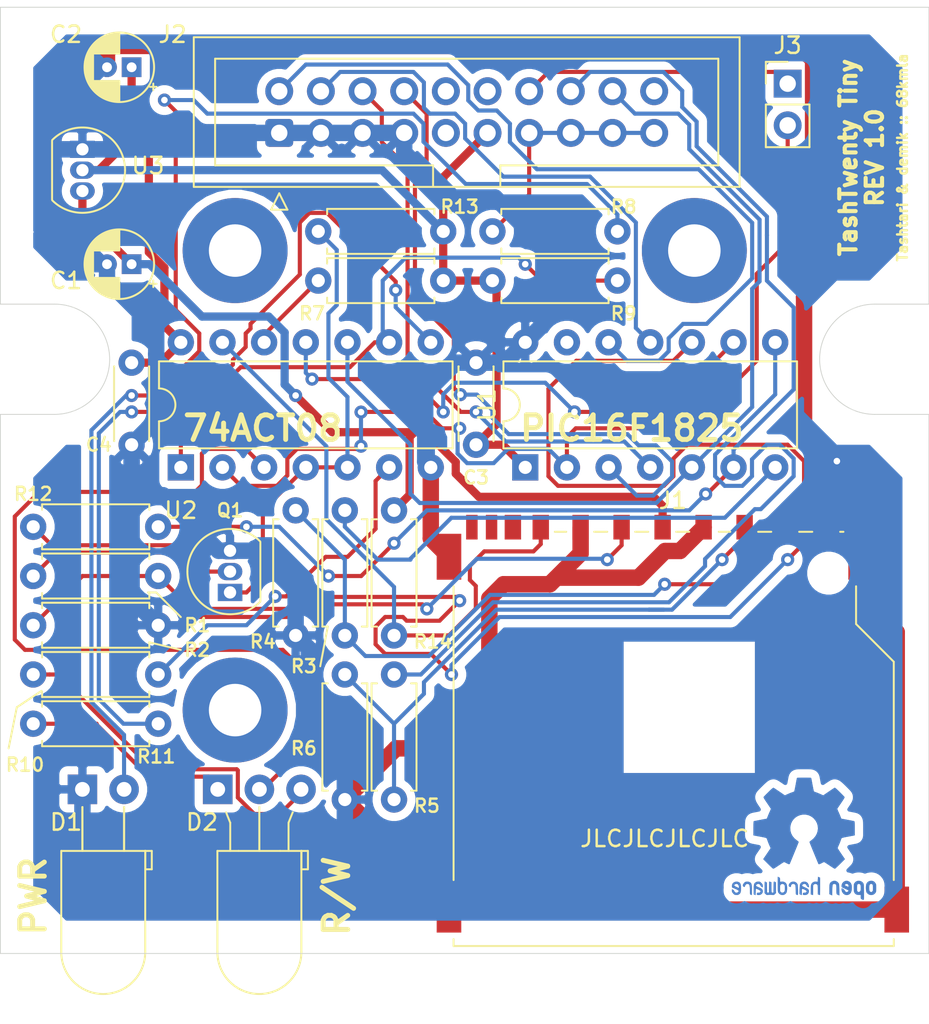
<source format=kicad_pcb>
(kicad_pcb (version 20171130) (host pcbnew "(5.1.12-1-10_14)")
  (title_block (title "TashTwenty Tiny") (date 2022-05-21) (rev 1.1) (company Lostwave) (comment 1 https://68kmla.org) (comment 2 https://68kmla.org/bb/index.php?threads/tashtwenty-single-chip-dcd-hard-disk-20-interface.39357/) (comment 3 https://github.com/lampmerchant/tashtwenty))
  (layers (0 F.Cu signal) (31 B.Cu signal) (34 B.Paste user) (35 F.Paste user) (36 B.SilkS user) (37 F.SilkS user) (38 B.Mask user) (39 F.Mask user) (44 Edge.Cuts user))
  (net 0 "")
  (net 1 /MMC_MISO_LV)
  (net 2 GND)
  (net 3 +3V3)
  (net 4 WR)
  (net 5 RD)
  (net 6 "Net-(J2-Pad14)")
  (net 7 PH3)
  (net 8 PH2)
  (net 9 PH1)
  (net 10 PH0)
  (net 11 +12V)
  (net 12 +5V)
  (net 13 ~ENABLE)
  (net 14 "Net-(Q1-Pad1)")
  (net 15 /MMC_MISO)
  (net 16 "Net-(D1-Pad2)")
  (net 17 "Net-(D2-Pad3)")
  (net 18 "Net-(D2-Pad1)")
  (net 19 /MMC_SCK_LV)
  (net 20 /MMC_MOSI_LV)
  (net 21 /~MMC_CS_LV)
  (net 22 "Net-(Q1-Pad2)")
  (net 23 /MMC_SCK)
  (net 24 /~MMC_CS)
  (net 25 /MMC_MOSI)
  (net 26 "Net-(R7-Pad2)")
  (net 27 "Net-(R9-Pad2)")
  (net 28 "Net-(R10-Pad2)")
  (net 29 "Net-(R11-Pad2)")
  (net 30 "Net-(D2-Pad2)")
  (module LED_THT:LED_D5.0mm_Horizontal_O3.81mm_Z3.0mm (layer F.Cu) (at 132 117)
    (fp_text reference D1 (at -1 2) (layer F.SilkS))
    (fp_text value LED)
    (pad 2 thru_hole circle (at 2.54 0) (size 1.8 1.8) (drill 0.9) (layers *.Cu *.Mask) (net 16 "Net-(D1-Pad2)"))
    (pad 1 thru_hole rect (at 0 0) (size 1.8 1.8) (drill 0.9) (layers *.Cu *.Mask) (net 2 GND))
  )
  (module LED_THT:LED_D5.0mm-3_Horizontal_O3.81mm_Z3.0mm (layer F.Cu) (at 140.25 117)
    (fp_text reference D2 (at -0.96 2) (layer F.SilkS))
    (fp_text value LED_Dual_ACA)
    (pad 1 thru_hole rect (at 0 0) (size 1.8 1.8) (drill 0.9) (layers *.Cu *.Mask) (net 18 "Net-(D2-Pad1)"))
    (pad 2 thru_hole circle (at 2.54 0) (size 1.8 1.8) (drill 0.9) (layers *.Cu *.Mask) (net 30 "Net-(D2-Pad2)"))
    (pad 3 thru_hole circle (at 5.08 0) (size 1.8 1.8) (drill 0.9) (layers *.Cu *.Mask) (net 17 "Net-(D2-Pad3)"))
  )
  (module Symbol:OSHW-Logo2_9.8x8mm_Copper (layer B.Cu) (at 176 120 180)
    (fp_text reference REF** hide)
    (fp_text value OSHW-Logo2_9.8x8mm_Copper hide)
    (fp_poly (pts (xy 0.139878 3.712224) (xy 0.245612 3.711645) (xy 0.322132 3.710078) (xy 0.374372 3.707028) (xy 0.407263 3.702004) (xy 0.425737 3.694511) (xy 0.434727 3.684056) (xy 0.439163 3.670147) (xy 0.439594 3.668346) (xy 0.446333 3.635855) (xy 0.458808 3.571748) (xy 0.475719 3.482849) (xy 0.495771 3.375981) (xy 0.517664 3.257967) (xy 0.518429 3.253822) (xy 0.540359 3.138169) (xy 0.560877 3.035986) (xy 0.578659 2.953402) (xy 0.592381 2.896544) (xy 0.600718 2.871542) (xy 0.601116 2.871099) (xy 0.625677 2.85889) (xy 0.676315 2.838544) (xy 0.742095 2.814455) (xy 0.742461 2.814326) (xy 0.825317 2.783182) (xy 0.923 2.743509) (xy 1.015077 2.703619) (xy 1.019434 2.701647) (xy 1.169407 2.63358) (xy 1.501498 2.860361) (xy 1.603374 2.929496) (xy 1.695657 2.991303) (xy 1.773003 3.042267) (xy 1.830064 3.078873) (xy 1.861495 3.097606) (xy 1.864479 3.098996) (xy 1.887321 3.09281) (xy 1.929982 3.062965) (xy 1.994128 3.008053) (xy 2.081421 2.926666) (xy 2.170535 2.840078) (xy 2.256441 2.754753) (xy 2.333327 2.676892) (xy 2.396564 2.611303) (xy 2.441523 2.562795) (xy 2.463576 2.536175) (xy 2.464396 2.534805) (xy 2.466834 2.516537) (xy 2.45765 2.486705) (xy 2.434574 2.441279) (xy 2.395337 2.37623) (xy 2.33767 2.28753) (xy 2.260795 2.173343) (xy 2.19257 2.072838) (xy 2.131582 1.982697) (xy 2.081356 1.908151) (xy 2.045416 1.854435) (xy 2.027287 1.826782) (xy 2.026146 1.824905) (xy 2.028359 1.79841) (xy 2.045138 1.746914) (xy 2.073142 1.680149) (xy 2.083122 1.658828) (xy 2.126672 1.563841) (xy 2.173134 1.456063) (xy 2.210877 1.362808) (xy 2.238073 1.293594) (xy 2.259675 1.240994) (xy 2.272158 1.213503) (xy 2.273709 1.211384) (xy 2.296668 1.207876) (xy 2.350786 1.198262) (xy 2.428868 1.183911) (xy 2.523719 1.166193) (xy 2.628143 1.146475) (xy 2.734944 1.126126) (xy 2.836926 1.106514) (xy 2.926894 1.089009) (xy 2.997653 1.074978) (xy 3.042006 1.065791) (xy 3.052885 1.063193) (xy 3.064122 1.056782) (xy 3.072605 1.042303) (xy 3.078714 1.014867) (xy 3.082832 0.969589) (xy 3.085341 0.90158) (xy 3.086621 0.805953) (xy 3.087054 0.67782) (xy 3.087077 0.625299) (xy 3.087077 0.198155) (xy 2.9845 0.177909) (xy 2.927431 0.16693) (xy 2.842269 0.150905) (xy 2.739372 0.131767) (xy 2.629096 0.111449) (xy 2.598615 0.105868) (xy 2.496855 0.086083) (xy 2.408205 0.066627) (xy 2.340108 0.049303) (xy 2.300004 0.035912) (xy 2.293323 0.031921) (xy 2.276919 0.003658) (xy 2.253399 -0.051109) (xy 2.227316 -0.121588) (xy 2.222142 -0.136769) (xy 2.187956 -0.230896) (xy 2.145523 -0.337101) (xy 2.103997 -0.432473) (xy 2.103792 -0.432916) (xy 2.03464 -0.582525) (xy 2.489512 -1.251617) (xy 2.1975 -1.544116) (xy 2.10918 -1.63117) (xy 2.028625 -1.707909) (xy 1.96036 -1.770237) (xy 1.908908 -1.814056) (xy 1.878794 -1.83527) (xy 1.874474 -1.836616) (xy 1.849111 -1.826016) (xy 1.797358 -1.796547) (xy 1.724868 -1.751705) (xy 1.637294 -1.694984) (xy 1.542612 -1.631462) (xy 1.446516 -1.566668) (xy 1.360837 -1.510287) (xy 1.291016 -1.465788) (xy 1.242494 -1.436639) (xy 1.220782 -1.426308) (xy 1.194293 -1.43505) (xy 1.144062 -1.458087) (xy 1.080451 -1.490631) (xy 1.073708 -1.494249) (xy 0.988046 -1.53721) (xy 0.929306 -1.558279) (xy 0.892772 -1.558503) (xy 0.873731 -1.538928) (xy 0.87362 -1.538654) (xy 0.864102 -1.515472) (xy 0.841403 -1.460441) (xy 0.807282 -1.377822) (xy 0.7635 -1.271872) (xy 0.711816 -1.146852) (xy 0.653992 -1.00702) (xy 0.597991 -0.871637) (xy 0.536447 -0.722234) (xy 0.479939 -0.583832) (xy 0.430161 -0.460673) (xy 0.388806 -0.357002) (xy 0.357568 -0.277059) (xy 0.338141 -0.225088) (xy 0.332154 -0.205692) (xy 0.347168 -0.183443) (xy 0.386439 -0.147982) (xy 0.438807 -0.108887) (xy 0.587941 0.014755) (xy 0.704511 0.156478) (xy 0.787118 0.313296) (xy 0.834366 0.482225) (xy 0.844857 0.660278) (xy 0.837231 0.742461) (xy 0.795682 0.912969) (xy 0.724123 1.063541) (xy 0.626995 1.192691) (xy 0.508734 1.298936) (xy 0.37378 1.38079) (xy 0.226571 1.436768) (xy 0.071544 1.465385) (xy -0.086861 1.465156) (xy -0.244206 1.434595) (xy -0.396054 1.372218) (xy -0.537965 1.27654) (xy -0.597197 1.222428) (xy -0.710797 1.08348) (xy -0.789894 0.931639) (xy -0.835014 0.771333) (xy -0.846684 0.606988) (xy -0.825431 0.443029) (xy -0.77178 0.283882) (xy -0.68626 0.133975) (xy -0.569395 -0.002267) (xy -0.438807 -0.108887) (xy -0.384412 -0.149642) (xy -0.345986 -0.184718) (xy -0.332154 -0.205726) (xy -0.339397 -0.228635) (xy -0.359995 -0.283365) (xy -0.392254 -0.365672) (xy -0.434479 -0.471315) (xy -0.484977 -0.59605) (xy -0.542052 -0.735636) (xy -0.598146 -0.87167) (xy -0.660033 -1.021201) (xy -0.717356 -1.159767) (xy -0.768356 -1.283107) (xy -0.811273 -1.386964) (xy -0.844347 -1.46708) (xy -0.865819 -1.519195) (xy -0.873775 -1.538654) (xy -0.892571 -1.558423) (xy -0.928926 -1.558365) (xy -0.987521 -1.537441) (xy -1.073032 -1.494613) (xy -1.073708 -1.494249) (xy -1.138093 -1.461012) (xy -1.190139 -1.436802) (xy -1.219488 -1.426404) (xy -1.220783 -1.426308) (xy -1.242876 -1.436855) (xy -1.291652 -1.466184) (xy -1.361669 -1.510827) (xy -1.447486 -1.567314) (xy -1.542612 -1.631462) (xy -1.63946 -1.696411) (xy -1.726747 -1.752896) (xy -1.798819 -1.797421) (xy -1.850023 -1.82649) (xy -1.874474 -1.836616) (xy -1.89699 -1.823307) (xy -1.942258 -1.786112) (xy -2.005756 -1.729128) (xy -2.082961 -1.656449) (xy -2.169349 -1.572171) (xy -2.197601 -1.544016) (xy -2.489713 -1.251416) (xy -2.267369 -0.925104) (xy -2.199798 -0.824897) (xy -2.140493 -0.734963) (xy -2.092783 -0.66051) (xy -2.059993 -0.606751) (xy -2.045452 -0.578894) (xy -2.045026 -0.576912) (xy -2.052692 -0.550655) (xy -2.073311 -0.497837) (xy -2.103315 -0.42731) (xy -2.124375 -0.380093) (xy -2.163752 -0.289694) (xy -2.200835 -0.198366) (xy -2.229585 -0.1212) (xy -2.237395 -0.097692) (xy -2.259583 -0.034916) (xy -2.281273 0.013589) (xy -2.293187 0.031921) (xy -2.319477 0.043141) (xy -2.376858 0.059046) (xy -2.457882 0.077833) (xy -2.555105 0.097701) (xy -2.598615 0.105868) (xy -2.709104 0.126171) (xy -2.815084 0.14583) (xy -2.906199 0.162912) (xy -2.972092 0.175482) (xy -2.9845 0.177909) (xy -3.087077 0.198155) (xy -3.087077 0.625299) (xy -3.086847 0.765754) (xy -3.085901 0.872021) (xy -3.083859 0.948987) (xy -3.080338 1.00154) (xy -3.074957 1.034567) (xy -3.067334 1.052955) (xy -3.057088 1.061592) (xy -3.052885 1.063193) (xy -3.02753 1.068873) (xy -2.971516 1.080205) (xy -2.892036 1.095821) (xy -2.796288 1.114353) (xy -2.691467 1.134431) (xy -2.584768 1.154688) (xy -2.483387 1.173754) (xy -2.394521 1.190261) (xy -2.325363 1.202841) (xy -2.283111 1.210125) (xy -2.27371 1.211384) (xy -2.265193 1.228237) (xy -2.24634 1.27313) (xy -2.220676 1.33757) (xy -2.210877 1.362808) (xy -2.171352 1.460314) (xy -2.124808 1.568041) (xy -2.083123 1.658828) (xy -2.05245 1.728247) (xy -2.032044 1.78529) (xy -2.025232 1.820223) (xy -2.026318 1.824905) (xy -2.040715 1.847009) (xy -2.073588 1.896169) (xy -2.12141 1.967152) (xy -2.180652 2.054722) (xy -2.247785 2.153643) (xy -2.261059 2.17317) (xy -2.338954 2.28886) (xy -2.396213 2.376956) (xy -2.435119 2.441514) (xy -2.457956 2.486589) (xy -2.467006 2.516237) (xy -2.464552 2.534515) (xy -2.464489 2.534631) (xy -2.445173 2.558639) (xy -2.402449 2.605053) (xy -2.340949 2.669063) (xy -2.265302 2.745855) (xy -2.180139 2.830618) (xy -2.170535 2.840078) (xy -2.06321 2.944011) (xy -1.980385 3.020325) (xy -1.920395 3.070429) (xy -1.881577 3.09573) (xy -1.86448 3.098996) (xy -1.839527 3.08475) (xy -1.787745 3.051844) (xy -1.71448 3.003792) (xy -1.62508 2.94411) (xy -1.524889 2.876312) (xy -1.501499 2.860361) (xy -1.169407 2.63358) (xy -1.019435 2.701647) (xy -0.92823 2.741315) (xy -0.830331 2.781209) (xy -0.746169 2.813017) (xy -0.742462 2.814326) (xy -0.676631 2.838424) (xy -0.625884 2.8588) (xy -0.601158 2.871064) (xy -0.601116 2.871099) (xy -0.593271 2.893266) (xy -0.579934 2.947783) (xy -0.56243 3.02852) (xy -0.542083 3.12935) (xy -0.520218 3.244144) (xy -0.518429 3.253822) (xy -0.496496 3.372096) (xy -0.47636 3.479458) (xy -0.45932 3.569083) (xy -0.446672 3.634149) (xy -0.439716 3.667832) (xy -0.439594 3.668346) (xy -0.435361 3.682675) (xy -0.427129 3.693493) (xy -0.409967 3.701294) (xy -0.378942 3.706571) (xy -0.329122 3.709818) (xy -0.255576 3.711528) (xy -0.153371 3.712193) (xy -0.017575 3.712307) (xy 0 3.712308) (xy 0.139878 3.712224)) (layer B.Cu) (width 0.01))
    (fp_poly (pts (xy 4.245224 -2.647838) (xy 4.322528 -2.698361) (xy 4.359814 -2.74359) (xy 4.389353 -2.825663) (xy 4.391699 -2.890607) (xy 4.386385 -2.977445) (xy 4.186115 -3.065103) (xy 4.088739 -3.109887) (xy 4.025113 -3.145913) (xy 3.992029 -3.177117) (xy 3.98628 -3.207436) (xy 4.004658 -3.240805) (xy 4.024923 -3.262923) (xy 4.083889 -3.298393) (xy 4.148024 -3.300879) (xy 4.206926 -3.273235) (xy 4.250197 -3.21832) (xy 4.257936 -3.198928) (xy 4.295006 -3.138364) (xy 4.337654 -3.112552) (xy 4.396154 -3.090471) (xy 4.396154 -3.174184) (xy 4.390982 -3.23115) (xy 4.370723 -3.279189) (xy 4.328262 -3.334346) (xy 4.321951 -3.341514) (xy 4.27472 -3.390585) (xy 4.234121 -3.41692) (xy 4.183328 -3.429035) (xy 4.14122 -3.433003) (xy 4.065902 -3.433991) (xy 4.012286 -3.421466) (xy 3.978838 -3.402869) (xy 3.926268 -3.361975) (xy 3.889879 -3.317748) (xy 3.86685 -3.262126) (xy 3.854359 -3.187047) (xy 3.849587 -3.084449) (xy 3.849206 -3.032376) (xy 3.850501 -2.969948) (xy 3.968471 -2.969948) (xy 3.969839 -3.003438) (xy 3.973249 -3.008923) (xy 3.995753 -3.001472) (xy 4.044182 -2.981753) (xy 4.108908 -2.953718) (xy 4.122443 -2.947692) (xy 4.204244 -2.906096) (xy 4.249312 -2.869538) (xy 4.259217 -2.835296) (xy 4.235526 -2.800648) (xy 4.21596 -2.785339) (xy 4.14536 -2.754721) (xy 4.07928 -2.75978) (xy 4.023959 -2.797151) (xy 3.985636 -2.863473) (xy 3.973349 -2.916116) (xy 3.968471 -2.969948) (xy 3.850501 -2.969948) (xy 3.85173 -2.91072) (xy 3.861032 -2.82071) (xy 3.87946 -2.755167) (xy 3.90936 -2.706912) (xy 3.95308 -2.668767) (xy 3.972141 -2.65644) (xy 4.058726 -2.624336) (xy 4.153522 -2.622316) (xy 4.245224 -2.647838)) (layer B.Cu) (width 0.01))
    (fp_poly (pts (xy 3.570807 -2.636782) (xy 3.594161 -2.646988) (xy 3.649902 -2.691134) (xy 3.697569 -2.754967) (xy 3.727048 -2.823087) (xy 3.731846 -2.85667) (xy 3.71576 -2.903556) (xy 3.680475 -2.928365) (xy 3.642644 -2.943387) (xy 3.625321 -2.946155) (xy 3.616886 -2.926066) (xy 3.60023 -2.882351) (xy 3.592923 -2.862598) (xy 3.551948 -2.794271) (xy 3.492622 -2.760191) (xy 3.416552 -2.761239) (xy 3.410918 -2.762581) (xy 3.370305 -2.781836) (xy 3.340448 -2.819375) (xy 3.320055 -2.879809) (xy 3.307836 -2.967751) (xy 3.3025 -3.087813) (xy 3.302 -3.151698) (xy 3.301752 -3.252403) (xy 3.300126 -3.321054) (xy 3.295801 -3.364673) (xy 3.287454 -3.390282) (xy 3.273765 -3.404903) (xy 3.253411 -3.415558) (xy 3.252234 -3.416095) (xy 3.213038 -3.432667) (xy 3.193619 -3.438769) (xy 3.190635 -3.420319) (xy 3.188081 -3.369323) (xy 3.18614 -3.292308) (xy 3.184997 -3.195805) (xy 3.184769 -3.125184) (xy 3.185932 -2.988525) (xy 3.190479 -2.884851) (xy 3.199999 -2.808108) (xy 3.216081 -2.752246) (xy 3.240313 -2.711212) (xy 3.274286 -2.678954) (xy 3.307833 -2.65644) (xy 3.388499 -2.626476) (xy 3.482381 -2.619718) (xy 3.570807 -2.636782)) (layer B.Cu) (width 0.01))
    (fp_poly (pts (xy 2.887333 -2.633528) (xy 2.94359 -2.659117) (xy 2.987747 -2.690124) (xy 3.020101 -2.724795) (xy 3.042438 -2.76952) (xy 3.056546 -2.830692) (xy 3.064211 -2.914701) (xy 3.06722 -3.02794) (xy 3.067538 -3.102509) (xy 3.067538 -3.39342) (xy 3.017773 -3.416095) (xy 2.978576 -3.432667) (xy 2.959157 -3.438769) (xy 2.955442 -3.42061) (xy 2.952495 -3.371648) (xy 2.950691 -3.300153) (xy 2.950308 -3.243385) (xy 2.948661 -3.161371) (xy 2.944222 -3.096309) (xy 2.93774 -3.056467) (xy 2.93259 -3.048) (xy 2.897977 -3.056646) (xy 2.84364 -3.078823) (xy 2.780722 -3.108886) (xy 2.720368 -3.141192) (xy 2.673721 -3.170098) (xy 2.651926 -3.189961) (xy 2.651839 -3.190175) (xy 2.653714 -3.226935) (xy 2.670525 -3.262026) (xy 2.700039 -3.290528) (xy 2.743116 -3.300061) (xy 2.779932 -3.29895) (xy 2.832074 -3.298133) (xy 2.859444 -3.310349) (xy 2.875882 -3.342624) (xy 2.877955 -3.34871) (xy 2.885081 -3.394739) (xy 2.866024 -3.422687) (xy 2.816353 -3.436007) (xy 2.762697 -3.43847) (xy 2.666142 -3.42021) (xy 2.616159 -3.394131) (xy 2.554429 -3.332868) (xy 2.52169 -3.25767) (xy 2.518753 -3.178211) (xy 2.546424 -3.104167) (xy 2.588047 -3.057769) (xy 2.629604 -3.031793) (xy 2.694922 -2.998907) (xy 2.771038 -2.965557) (xy 2.783726 -2.960461) (xy 2.867333 -2.923565) (xy 2.91553 -2.891046) (xy 2.93103 -2.858718) (xy 2.91655 -2.822394) (xy 2.891692 -2.794) (xy 2.832939 -2.759039) (xy 2.768293 -2.756417) (xy 2.709008 -2.783358) (xy 2.666339 -2.837088) (xy 2.660739 -2.85095) (xy 2.628133 -2.901936) (xy 2.58053 -2.939787) (xy 2.520461 -2.97085) (xy 2.520461 -2.882768) (xy 2.523997 -2.828951) (xy 2.539156 -2.786534) (xy 2.572768 -2.741279) (xy 2.605035 -2.70642) (xy 2.655209 -2.657062) (xy 2.694193 -2.630547) (xy 2.736064 -2.619911) (xy 2.78346 -2.618154) (xy 2.887333 -2.633528)) (layer B.Cu) (width 0.01))
    (fp_poly (pts (xy 2.395929 -2.636662) (xy 2.398911 -2.688068) (xy 2.401247 -2.766192) (xy 2.402749 -2.864857) (xy 2.403231 -2.968343) (xy 2.403231 -3.318533) (xy 2.341401 -3.380363) (xy 2.298793 -3.418462) (xy 2.26139 -3.433895) (xy 2.21027 -3.432918) (xy 2.189978 -3.430433) (xy 2.126554 -3.4232) (xy 2.074095 -3.419055) (xy 2.061308 -3.418672) (xy 2.018199 -3.421176) (xy 1.956544 -3.427462) (xy 1.932638 -3.430433) (xy 1.873922 -3.435028) (xy 1.834464 -3.425046) (xy 1.795338 -3.394228) (xy 1.781215 -3.380363) (xy 1.719385 -3.318533) (xy 1.719385 -2.663503) (xy 1.76915 -2.640829) (xy 1.812002 -2.624034) (xy 1.837073 -2.618154) (xy 1.843501 -2.636736) (xy 1.849509 -2.688655) (xy 1.854697 -2.768172) (xy 1.858664 -2.869546) (xy 1.860577 -2.955192) (xy 1.865923 -3.292231) (xy 1.91256 -3.298825) (xy 1.954976 -3.294214) (xy 1.97576 -3.279287) (xy 1.98157 -3.251377) (xy 1.98653 -3.191925) (xy 1.990246 -3.108466) (xy 1.992324 -3.008532) (xy 1.992624 -2.957104) (xy 1.992923 -2.661054) (xy 2.054454 -2.639604) (xy 2.098004 -2.62502) (xy 2.121694 -2.618219) (xy 2.122377 -2.618154) (xy 2.124754 -2.636642) (xy 2.127366 -2.687906) (xy 2.129995 -2.765649) (xy 2.132421 -2.863574) (xy 2.134115 -2.955192) (xy 2.139461 -3.292231) (xy 2.256692 -3.292231) (xy 2.262072 -2.984746) (xy 2.267451 -2.677261) (xy 2.324601 -2.647707) (xy 2.366797 -2.627413) (xy 2.39177 -2.618204) (xy 2.392491 -2.618154) (xy 2.395929 -2.636662)) (layer B.Cu) (width 0.01))
    (fp_poly (pts (xy 1.602081 -2.780289) (xy 1.601833 -2.92632) (xy 1.600872 -3.038655) (xy 1.598794 -3.122678) (xy 1.595193 -3.183769) (xy 1.589665 -3.227309) (xy 1.581804 -3.258679) (xy 1.571207 -3.283262) (xy 1.563182 -3.297294) (xy 1.496728 -3.373388) (xy 1.41247 -3.421084) (xy 1.319249 -3.438199) (xy 1.2259 -3.422546) (xy 1.170312 -3.394418) (xy 1.111957 -3.34576) (xy 1.072186 -3.286333) (xy 1.04819 -3.208507) (xy 1.037161 -3.104652) (xy 1.035599 -3.028462) (xy 1.035809 -3.022986) (xy 1.172308 -3.022986) (xy 1.173141 -3.110355) (xy 1.176961 -3.168192) (xy 1.185746 -3.206029) (xy 1.201474 -3.233398) (xy 1.220266 -3.254042) (xy 1.283375 -3.29389) (xy 1.351137 -3.297295) (xy 1.415179 -3.264025) (xy 1.420164 -3.259517) (xy 1.441439 -3.236067) (xy 1.454779 -3.208166) (xy 1.462001 -3.166641) (xy 1.464923 -3.102316) (xy 1.465385 -3.0312) (xy 1.464383 -2.941858) (xy 1.460238 -2.882258) (xy 1.451236 -2.843089) (xy 1.435667 -2.81504) (xy 1.422902 -2.800144) (xy 1.3636 -2.762575) (xy 1.295301 -2.758057) (xy 1.23011 -2.786753) (xy 1.217528 -2.797406) (xy 1.196111 -2.821063) (xy 1.182744 -2.849251) (xy 1.175566 -2.891245) (xy 1.172719 -2.956319) (xy 1.172308 -3.022986) (xy 1.035809 -3.022986) (xy 1.040322 -2.905765) (xy 1.056362 -2.813577) (xy 1.086528 -2.744269) (xy 1.133629 -2.690211) (xy 1.170312 -2.662505) (xy 1.23699 -2.632572) (xy 1.314272 -2.618678) (xy 1.38611 -2.622397) (xy 1.426308 -2.6374) (xy 1.442082 -2.64167) (xy 1.45255 -2.62575) (xy 1.459856 -2.583089) (xy 1.465385 -2.518106) (xy 1.471437 -2.445732) (xy 1.479844 -2.402187) (xy 1.495141 -2.377287) (xy 1.521864 -2.360845) (xy 1.538654 -2.353564) (xy 1.602154 -2.326963) (xy 1.602081 -2.780289)) (layer B.Cu) (width 0.01))
    (fp_poly (pts (xy 0.713362 -2.62467) (xy 0.802117 -2.657421) (xy 0.874022 -2.71535) (xy 0.902144 -2.756128) (xy 0.932802 -2.830954) (xy 0.932165 -2.885058) (xy 0.899987 -2.921446) (xy 0.888081 -2.927633) (xy 0.836675 -2.946925) (xy 0.810422 -2.941982) (xy 0.80153 -2.909587) (xy 0.801077 -2.891692) (xy 0.784797 -2.825859) (xy 0.742365 -2.779807) (xy 0.683388 -2.757564) (xy 0.617475 -2.763161) (xy 0.563895 -2.792229) (xy 0.545798 -2.80881) (xy 0.532971 -2.828925) (xy 0.524306 -2.859332) (xy 0.518696 -2.906788) (xy 0.515035 -2.97805) (xy 0.512215 -3.079875) (xy 0.511484 -3.112115) (xy 0.50882 -3.22241) (xy 0.505792 -3.300036) (xy 0.50125 -3.351396) (xy 0.494046 -3.38289) (xy 0.483033 -3.40092) (xy 0.46706 -3.411888) (xy 0.456834 -3.416733) (xy 0.413406 -3.433301) (xy 0.387842 -3.438769) (xy 0.379395 -3.420507) (xy 0.374239 -3.365296) (xy 0.372346 -3.272499) (xy 0.373689 -3.141478) (xy 0.374107 -3.121269) (xy 0.377058 -3.001733) (xy 0.380548 -2.914449) (xy 0.385514 -2.852591) (xy 0.392893 -2.809336) (xy 0.403624 -2.77786) (xy 0.418645 -2.751339) (xy 0.426502 -2.739975) (xy 0.471553 -2.689692) (xy 0.52194 -2.650581) (xy 0.528108 -2.647167) (xy 0.618458 -2.620212) (xy 0.713362 -2.62467)) (layer B.Cu) (width 0.01))
    (fp_poly (pts (xy 0.053501 -2.626303) (xy 0.13006 -2.654733) (xy 0.130936 -2.655279) (xy 0.178285 -2.690127) (xy 0.213241 -2.730852) (xy 0.237825 -2.783925) (xy 0.254062 -2.855814) (xy 0.263975 -2.952992) (xy 0.269586 -3.081928) (xy 0.270077 -3.100298) (xy 0.277141 -3.377287) (xy 0.217695 -3.408028) (xy 0.174681 -3.428802) (xy 0.14871 -3.438646) (xy 0.147509 -3.438769) (xy 0.143014 -3.420606) (xy 0.139444 -3.371612) (xy 0.137248 -3.300031) (xy 0.136769 -3.242068) (xy 0.136758 -3.14817) (xy 0.132466 -3.089203) (xy 0.117503 -3.061079) (xy 0.085482 -3.059706) (xy 0.030014 -3.080998) (xy -0.053731 -3.120136) (xy -0.115311 -3.152643) (xy -0.146983 -3.180845) (xy -0.156294 -3.211582) (xy -0.156308 -3.213104) (xy -0.140943 -3.266054) (xy -0.095453 -3.29466) (xy -0.025834 -3.298803) (xy 0.024313 -3.298084) (xy 0.050754 -3.312527) (xy 0.067243 -3.347218) (xy 0.076733 -3.391416) (xy 0.063057 -3.416493) (xy 0.057907 -3.420082) (xy 0.009425 -3.434496) (xy -0.058469 -3.436537) (xy -0.128388 -3.426983) (xy -0.177932 -3.409522) (xy -0.24643 -3.351364) (xy -0.285366 -3.270408) (xy -0.293077 -3.20716) (xy -0.287193 -3.150111) (xy -0.265899 -3.103542) (xy -0.223735 -3.062181) (xy -0.155241 -3.020755) (xy -0.054956 -2.973993) (xy -0.048846 -2.97135) (xy 0.04149 -2.929617) (xy 0.097235 -2.895391) (xy 0.121129 -2.864635) (xy 0.115913 -2.833311) (xy 0.084328 -2.797383) (xy 0.074883 -2.789116) (xy 0.011617 -2.757058) (xy -0.053936 -2.758407) (xy -0.111028 -2.789838) (xy -0.148907 -2.848024) (xy -0.152426 -2.859446) (xy -0.1867 -2.914837) (xy -0.230191 -2.941518) (xy -0.293077 -2.96796) (xy -0.293077 -2.899548) (xy -0.273948 -2.80011) (xy -0.217169 -2.708902) (xy -0.187622 -2.678389) (xy -0.120458 -2.639228) (xy -0.035044 -2.6215) (xy 0.053501 -2.626303)) (layer B.Cu) (width 0.01))
    (fp_poly (pts (xy -0.840154 -2.49212) (xy -0.834428 -2.57198) (xy -0.827851 -2.619039) (xy -0.818738 -2.639566) (xy -0.805402 -2.639829) (xy -0.801077 -2.637378) (xy -0.743556 -2.619636) (xy -0.668732 -2.620672) (xy -0.592661 -2.63891) (xy -0.545082 -2.662505) (xy -0.496298 -2.700198) (xy -0.460636 -2.742855) (xy -0.436155 -2.797057) (xy -0.420913 -2.869384) (xy -0.41297 -2.966419) (xy -0.410384 -3.094742) (xy -0.410338 -3.119358) (xy -0.410308 -3.39587) (xy -0.471839 -3.41732) (xy -0.515541 -3.431912) (xy -0.539518 -3.438706) (xy -0.540223 -3.438769) (xy -0.542585 -3.420345) (xy -0.544594 -3.369526) (xy -0.546099 -3.292993) (xy -0.546947 -3.19743) (xy -0.547077 -3.139329) (xy -0.547349 -3.024771) (xy -0.548748 -2.942667) (xy -0.552151 -2.886393) (xy -0.558433 -2.849326) (xy -0.568471 -2.824844) (xy -0.583139 -2.806325) (xy -0.592298 -2.797406) (xy -0.655211 -2.761466) (xy -0.723864 -2.758775) (xy -0.786152 -2.78917) (xy -0.797671 -2.800144) (xy -0.814567 -2.820779) (xy -0.826286 -2.845256) (xy -0.833767 -2.880647) (xy -0.837946 -2.934026) (xy -0.839763 -3.012466) (xy -0.840154 -3.120617) (xy -0.840154 -3.39587) (xy -0.901685 -3.41732) (xy -0.945387 -3.431912) (xy -0.969364 -3.438706) (xy -0.97007 -3.438769) (xy -0.971874 -3.420069) (xy -0.9735 -3.367322) (xy -0.974883 -3.285557) (xy -0.975958 -3.179805) (xy -0.97666 -3.055094) (xy -0.976923 -2.916455) (xy -0.976923 -2.381806) (xy -0.849923 -2.328236) (xy -0.840154 -2.49212)) (layer B.Cu) (width 0.01))
    (fp_poly (pts (xy -2.465746 -2.599745) (xy -2.388714 -2.651567) (xy -2.329184 -2.726412) (xy -2.293622 -2.821654) (xy -2.286429 -2.891756) (xy -2.287246 -2.921009) (xy -2.294086 -2.943407) (xy -2.312888 -2.963474) (xy -2.349592 -2.985733) (xy -2.410138 -3.014709) (xy -2.500466 -3.054927) (xy -2.500923 -3.055129) (xy -2.584067 -3.09321) (xy -2.652247 -3.127025) (xy -2.698495 -3.152933) (xy -2.715842 -3.167295) (xy -2.715846 -3.167411) (xy -2.700557 -3.198685) (xy -2.664804 -3.233157) (xy -2.623758 -3.25799) (xy -2.602963 -3.262923) (xy -2.54623 -3.245862) (xy -2.497373 -3.203133) (xy -2.473535 -3.156155) (xy -2.450603 -3.121522) (xy -2.405682 -3.082081) (xy -2.352877 -3.048009) (xy -2.30629 -3.02948) (xy -2.296548 -3.028462) (xy -2.285582 -3.045215) (xy -2.284921 -3.088039) (xy -2.29298 -3.145781) (xy -2.308173 -3.207289) (xy -2.328914 -3.261409) (xy -2.329962 -3.26351) (xy -2.392379 -3.35066) (xy -2.473274 -3.409939) (xy -2.565144 -3.439034) (xy -2.660487 -3.435634) (xy -2.751802 -3.397428) (xy -2.755862 -3.394741) (xy -2.827694 -3.329642) (xy -2.874927 -3.244705) (xy -2.901066 -3.133021) (xy -2.904574 -3.101643) (xy -2.910787 -2.953536) (xy -2.903339 -2.884468) (xy -2.715846 -2.884468) (xy -2.71341 -2.927552) (xy -2.700086 -2.940126) (xy -2.666868 -2.930719) (xy -2.614506 -2.908483) (xy -2.555976 -2.88061) (xy -2.554521 -2.879872) (xy -2.504911 -2.853777) (xy -2.485 -2.836363) (xy -2.48991 -2.818107) (xy -2.510584 -2.79412) (xy -2.563181 -2.759406) (xy -2.619823 -2.756856) (xy -2.670631 -2.782119) (xy -2.705724 -2.830847) (xy -2.715846 -2.884468) (xy -2.903339 -2.884468) (xy -2.898008 -2.835036) (xy -2.865222 -2.741055) (xy -2.819579 -2.675215) (xy -2.737198 -2.608681) (xy -2.646454 -2.575676) (xy -2.553815 -2.573573) (xy -2.465746 -2.599745)) (layer B.Cu) (width 0.01))
    (fp_poly (pts (xy -3.983114 -2.587256) (xy -3.891536 -2.635409) (xy -3.823951 -2.712905) (xy -3.799943 -2.762727) (xy -3.781262 -2.837533) (xy -3.771699 -2.932052) (xy -3.770792 -3.03521) (xy -3.778079 -3.135935) (xy -3.793097 -3.223153) (xy -3.815385 -3.285791) (xy -3.822235 -3.296579) (xy -3.903368 -3.377105) (xy -3.999734 -3.425336) (xy -4.104299 -3.43945) (xy -4.210032 -3.417629) (xy -4.239457 -3.404547) (xy -4.296759 -3.364231) (xy -4.34705 -3.310775) (xy -4.351803 -3.303995) (xy -4.371122 -3.271321) (xy -4.383892 -3.236394) (xy -4.391436 -3.190414) (xy -4.395076 -3.124584) (xy -4.396135 -3.030105) (xy -4.396154 -3.008923) (xy -4.396106 -3.002182) (xy -4.200769 -3.002182) (xy -4.199632 -3.091349) (xy -4.195159 -3.15052) (xy -4.185754 -3.188741) (xy -4.169824 -3.215053) (xy -4.161692 -3.223846) (xy -4.114942 -3.257261) (xy -4.069553 -3.255737) (xy -4.02366 -3.226752) (xy -3.996288 -3.195809) (xy -3.980077 -3.150643) (xy -3.970974 -3.07942) (xy -3.970349 -3.071114) (xy -3.968796 -2.942037) (xy -3.985035 -2.846172) (xy -4.018848 -2.784107) (xy -4.070016 -2.756432) (xy -4.08828 -2.754923) (xy -4.13624 -2.762513) (xy -4.169047 -2.788808) (xy -4.189105 -2.839095) (xy -4.198822 -2.918664) (xy -4.200769 -3.002182) (xy -4.396106 -3.002182) (xy -4.395426 -2.908249) (xy -4.392371 -2.837906) (xy -4.385678 -2.789163) (xy -4.37404 -2.753288) (xy -4.356147 -2.721548) (xy -4.352192 -2.715648) (xy -4.285733 -2.636104) (xy -4.213315 -2.589929) (xy -4.125151 -2.571599) (xy -4.095213 -2.570703) (xy -3.983114 -2.587256)) (layer B.Cu) (width 0.01))
    (fp_poly (pts (xy -1.728336 -2.595089) (xy -1.665633 -2.631358) (xy -1.622039 -2.667358) (xy -1.590155 -2.705075) (xy -1.56819 -2.751199) (xy -1.554351 -2.812421) (xy -1.546847 -2.895431) (xy -1.543883 -3.006919) (xy -1.543539 -3.087062) (xy -1.543539 -3.382065) (xy -1.709615 -3.456515) (xy -1.719385 -3.133402) (xy -1.723421 -3.012729) (xy -1.727656 -2.925141) (xy -1.732903 -2.86465) (xy -1.739975 -2.825268) (xy -1.749689 -2.801007) (xy -1.762856 -2.78588) (xy -1.767081 -2.782606) (xy -1.831091 -2.757034) (xy -1.895792 -2.767153) (xy -1.934308 -2.794) (xy -1.949975 -2.813024) (xy -1.96082 -2.837988) (xy -1.967712 -2.875834) (xy -1.971521 -2.933502) (xy -1.973117 -3.017935) (xy -1.973385 -3.105928) (xy -1.973437 -3.216323) (xy -1.975328 -3.294463) (xy -1.981655 -3.347165) (xy -1.995017 -3.381242) (xy -2.018015 -3.403511) (xy -2.053246 -3.420787) (xy -2.100303 -3.438738) (xy -2.151697 -3.458278) (xy -2.145579 -3.111485) (xy -2.143116 -2.986468) (xy -2.140233 -2.894082) (xy -2.136102 -2.827881) (xy -2.129893 -2.78142) (xy -2.120774 -2.748256) (xy -2.107917 -2.721944) (xy -2.092416 -2.698729) (xy -2.017629 -2.624569) (xy -1.926372 -2.581684) (xy -1.827117 -2.571412) (xy -1.728336 -2.595089)) (layer B.Cu) (width 0.01))
    (fp_poly (pts (xy -3.231114 -2.584505) (xy -3.156461 -2.621727) (xy -3.090569 -2.690261) (xy -3.072423 -2.715648) (xy -3.052655 -2.748866) (xy -3.039828 -2.784945) (xy -3.03249 -2.833098) (xy -3.029187 -2.902536) (xy -3.028462 -2.994206) (xy -3.031737 -3.11983) (xy -3.043123 -3.214154) (xy -3.064959 -3.284523) (xy -3.099581 -3.338286) (xy -3.14933 -3.382788) (xy -3.152986 -3.385423) (xy -3.202015 -3.412377) (xy -3.261055 -3.425712) (xy -3.336141 -3.429) (xy -3.458205 -3.429) (xy -3.458256 -3.547497) (xy -3.459392 -3.613492) (xy -3.466314 -3.652202) (xy -3.484402 -3.675419) (xy -3.519038 -3.694933) (xy -3.527355 -3.69892) (xy -3.56628 -3.717603) (xy -3.596417 -3.729403) (xy -3.618826 -3.730422) (xy -3.634567 -3.716761) (xy -3.644698 -3.684522) (xy -3.650277 -3.629804) (xy -3.652365 -3.548711) (xy -3.652019 -3.437344) (xy -3.6503 -3.291802) (xy -3.649763 -3.248269) (xy -3.647828 -3.098205) (xy -3.646096 -3.000042) (xy -3.458308 -3.000042) (xy -3.457252 -3.083364) (xy -3.452562 -3.13788) (xy -3.441949 -3.173837) (xy -3.423128 -3.201482) (xy -3.41035 -3.214965) (xy -3.35811 -3.254417) (xy -3.311858 -3.257628) (xy -3.264133 -3.225049) (xy -3.262923 -3.223846) (xy -3.243506 -3.198668) (xy -3.231693 -3.164447) (xy -3.225735 -3.111748) (xy -3.22388 -3.031131) (xy -3.223846 -3.013271) (xy -3.22833 -2.902175) (xy -3.242926 -2.825161) (xy -3.26935 -2.778147) (xy -3.309317 -2.75705) (xy -3.332416 -2.754923) (xy -3.387238 -2.7649) (xy -3.424842 -2.797752) (xy -3.447477 -2.857857) (xy -3.457394 -2.949598) (xy -3.458308 -3.000042) (xy -3.646096 -3.000042) (xy -3.645778 -2.98206) (xy -3.643127 -2.894679) (xy -3.639394 -2.830905) (xy -3.634093 -2.785582) (xy -3.626742 -2.753555) (xy -3.616857 -2.729668) (xy -3.603954 -2.708764) (xy -3.598421 -2.700898) (xy -3.525031 -2.626595) (xy -3.43224 -2.584467) (xy -3.324904 -2.572722) (xy -3.231114 -2.584505)) (layer B.Cu) (width 0.01))
  )
  (module Package_DIP:DIP-14_W7.62mm (layer F.Cu) (at 138 97.38 90)
    (fp_text reference U2 (at -2.62 0 180) (layer F.SilkS))
    (fp_text value 74ACT08)
    (pad 14 thru_hole oval (at 7.62 0 90) (size 1.6 1.6) (drill 0.8) (layers *.Cu *.Mask) (net 12 +5V))
    (pad 7 thru_hole oval (at 0 15.24 90) (size 1.6 1.6) (drill 0.8) (layers *.Cu *.Mask) (net 2 GND))
    (pad 13 thru_hole oval (at 7.62 2.54 90) (size 1.6 1.6) (drill 0.8) (layers *.Cu *.Mask) (net 1 /MMC_MISO_LV))
    (pad 6 thru_hole oval (at 0 12.7 90) (size 1.6 1.6) (drill 0.8) (layers *.Cu *.Mask) (net 28 "Net-(R10-Pad2)"))
    (pad 12 thru_hole oval (at 7.62 5.08 90) (size 1.6 1.6) (drill 0.8) (layers *.Cu *.Mask) (net 26 "Net-(R7-Pad2)"))
    (pad 5 thru_hole oval (at 0 10.16 90) (size 1.6 1.6) (drill 0.8) (layers *.Cu *.Mask) (net 14 "Net-(Q1-Pad1)"))
    (pad 11 thru_hole oval (at 7.62 7.62 90) (size 1.6 1.6) (drill 0.8) (layers *.Cu *.Mask) (net 15 /MMC_MISO))
    (pad 4 thru_hole oval (at 0 7.62 90) (size 1.6 1.6) (drill 0.8) (layers *.Cu *.Mask) (net 14 "Net-(Q1-Pad1)"))
    (pad 10 thru_hole oval (at 7.62 10.16 90) (size 1.6 1.6) (drill 0.8) (layers *.Cu *.Mask) (net 4 WR))
    (pad 3 thru_hole oval (at 0 5.08 90) (size 1.6 1.6) (drill 0.8) (layers *.Cu *.Mask) (net 30 "Net-(D2-Pad2)"))
    (pad 9 thru_hole oval (at 7.62 12.7 90) (size 1.6 1.6) (drill 0.8) (layers *.Cu *.Mask) (net 27 "Net-(R9-Pad2)"))
    (pad 2 thru_hole oval (at 0 2.54 90) (size 1.6 1.6) (drill 0.8) (layers *.Cu *.Mask) (net 13 ~ENABLE))
    (pad 8 thru_hole oval (at 7.62 15.24 90) (size 1.6 1.6) (drill 0.8) (layers *.Cu *.Mask) (net 29 "Net-(R11-Pad2)"))
    (pad 1 thru_hole rect (at 0 0 90) (size 1.6 1.6) (drill 0.8) (layers *.Cu *.Mask) (net 27 "Net-(R9-Pad2)"))
  )
  (module Capacitor_THT:C_Disc_D4.3mm_W1.9mm_P5.00mm (layer F.Cu) (at 135 91 270)
    (fp_text reference C4 (at 5 2 180) (layer F.SilkS) (effects (font (size 0.8 0.8))))
    (fp_text value 100nF)
    (pad 2 thru_hole circle (at 5 0 270) (size 1.6 1.6) (drill 0.8) (layers *.Cu *.Mask) (net 2 GND))
    (pad 1 thru_hole circle (at 0 0 270) (size 1.6 1.6) (drill 0.8) (layers *.Cu *.Mask) (net 12 +5V))
  )
  (module Capacitor_THT:C_Disc_D4.3mm_W1.9mm_P5.00mm (layer F.Cu) (at 156 91 270)
    (fp_text reference C3 (at 7 0 180) (layer F.SilkS) (effects (font (size 0.8 0.8))))
    (fp_text value 100nF)
    (pad 2 thru_hole circle (at 5 0 270) (size 1.6 1.6) (drill 0.8) (layers *.Cu *.Mask) (net 12 +5V))
    (pad 1 thru_hole circle (at 0 0 270) (size 1.6 1.6) (drill 0.8) (layers *.Cu *.Mask) (net 2 GND))
  )
  (module Resistor_THT:R_Axial_DIN0207_L6.3mm_D2.5mm_P7.62mm_Horizontal (layer F.Cu) (at 151 100 270)
    (fp_text reference R14 (at 8 -2.37 180) (layer F.SilkS) (effects (font (size 0.8 0.8))))
    (fp_text value 10k)
    (pad 2 thru_hole oval (at 7.62 0 270) (size 1.6 1.6) (drill 0.8) (layers *.Cu *.Mask) (net 1 /MMC_MISO_LV))
    (pad 1 thru_hole circle (at 0 0 270) (size 1.6 1.6) (drill 0.8) (layers *.Cu *.Mask) (net 3 +3V3))
  )
  (module Resistor_THT:R_Axial_DIN0207_L6.3mm_D2.5mm_P7.62mm_Horizontal (layer F.Cu) (at 154 83 180)
    (fp_text reference R13 (at -1 1.5) (layer F.SilkS) (effects (font (size 0.8 0.8))))
    (fp_text value 10k)
    (pad 2 thru_hole oval (at 7.62 0 180) (size 1.6 1.6) (drill 0.8) (layers *.Cu *.Mask) (net 14 "Net-(Q1-Pad1)"))
    (pad 1 thru_hole circle (at 0 0 180) (size 1.6 1.6) (drill 0.8) (layers *.Cu *.Mask) (net 12 +5V))
  )
  (module Resistor_THT:R_Axial_DIN0207_L6.3mm_D2.5mm_P7.62mm_Horizontal (layer F.Cu) (at 129 101)
    (fp_text reference R12 (at 0 -2) (layer F.SilkS) (effects (font (size 0.8 0.8))))
    (fp_text value 10k)
    (pad 2 thru_hole oval (at 7.62 0) (size 1.6 1.6) (drill 0.8) (layers *.Cu *.Mask) (net 5 RD))
    (pad 1 thru_hole circle (at 0 0) (size 1.6 1.6) (drill 0.8) (layers *.Cu *.Mask) (net 22 "Net-(Q1-Pad2)"))
  )
  (module Resistor_THT:R_Axial_DIN0207_L6.3mm_D2.5mm_P7.62mm_Horizontal (layer F.Cu) (at 129 113)
    (fp_text reference R11 (at 7.5 2) (layer F.SilkS) (effects (font (size 0.8 0.8))))
    (fp_text value 330)
    (pad 2 thru_hole oval (at 7.62 0) (size 1.6 1.6) (drill 0.8) (layers *.Cu *.Mask) (net 29 "Net-(R11-Pad2)"))
    (pad 1 thru_hole circle (at 0 0) (size 1.6 1.6) (drill 0.8) (layers *.Cu *.Mask) (net 18 "Net-(D2-Pad1)"))
  )
  (module Resistor_THT:R_Axial_DIN0207_L6.3mm_D2.5mm_P7.62mm_Horizontal (layer F.Cu) (at 129 110)
    (fp_text reference R10 (at -0.5 5.5) (layer F.SilkS) (effects (font (size 0.8 0.8))))
    (fp_text value 330)
    (pad 2 thru_hole oval (at 7.62 0) (size 1.6 1.6) (drill 0.8) (layers *.Cu *.Mask) (net 28 "Net-(R10-Pad2)"))
    (pad 1 thru_hole circle (at 0 0) (size 1.6 1.6) (drill 0.8) (layers *.Cu *.Mask) (net 17 "Net-(D2-Pad3)"))
  )
  (module Resistor_THT:R_Axial_DIN0207_L6.3mm_D2.5mm_P7.62mm_Horizontal (layer F.Cu) (at 157 86)
    (fp_text reference R9 (at 8 2) (layer F.SilkS) (effects (font (size 0.8 0.8))))
    (fp_text value 10k)
    (pad 2 thru_hole oval (at 7.62 0) (size 1.6 1.6) (drill 0.8) (layers *.Cu *.Mask) (net 27 "Net-(R9-Pad2)"))
    (pad 1 thru_hole circle (at 0 0) (size 1.6 1.6) (drill 0.8) (layers *.Cu *.Mask) (net 12 +5V))
  )
  (module Resistor_THT:R_Axial_DIN0207_L6.3mm_D2.5mm_P7.62mm_Horizontal (layer F.Cu) (at 157 83)
    (fp_text reference R8 (at 8 -1.5) (layer F.SilkS) (effects (font (size 0.8 0.8))))
    (fp_text value 1200)
    (pad 2 thru_hole oval (at 7.62 0) (size 1.6 1.6) (drill 0.8) (layers *.Cu *.Mask) (net 16 "Net-(D1-Pad2)"))
    (pad 1 thru_hole circle (at 0 0) (size 1.6 1.6) (drill 0.8) (layers *.Cu *.Mask) (net 11 +12V))
  )
  (module Resistor_THT:R_Axial_DIN0207_L6.3mm_D2.5mm_P7.62mm_Horizontal (layer F.Cu) (at 154 86 180)
    (fp_text reference R7 (at 8 -2) (layer F.SilkS) (effects (font (size 0.8 0.8))))
    (fp_text value 10k)
    (pad 2 thru_hole oval (at 7.62 0 180) (size 1.6 1.6) (drill 0.8) (layers *.Cu *.Mask) (net 26 "Net-(R7-Pad2)"))
    (pad 1 thru_hole circle (at 0 0 180) (size 1.6 1.6) (drill 0.8) (layers *.Cu *.Mask) (net 12 +5V))
  )
  (module Resistor_THT:R_Axial_DIN0207_L6.3mm_D2.5mm_P7.62mm_Horizontal (layer F.Cu) (at 148 110 270)
    (fp_text reference R6 (at 4.5 2.5 180) (layer F.SilkS) (effects (font (size 0.8 0.8))))
    (fp_text value 2200)
    (pad 2 thru_hole oval (at 7.62 0 270) (size 1.6 1.6) (drill 0.8) (layers *.Cu *.Mask) (net 2 GND))
    (pad 1 thru_hole circle (at 0 0 270) (size 1.6 1.6) (drill 0.8) (layers *.Cu *.Mask) (net 20 /MMC_MOSI_LV))
  )
  (module Resistor_THT:R_Axial_DIN0207_L6.3mm_D2.5mm_P7.62mm_Horizontal (layer F.Cu) (at 151 110 270)
    (fp_text reference R5 (at 8 -2 180) (layer F.SilkS) (effects (font (size 0.8 0.8))))
    (fp_text value 1200)
    (pad 2 thru_hole oval (at 7.62 0 270) (size 1.6 1.6) (drill 0.8) (layers *.Cu *.Mask) (net 20 /MMC_MOSI_LV))
    (pad 1 thru_hole circle (at 0 0 270) (size 1.6 1.6) (drill 0.8) (layers *.Cu *.Mask) (net 25 /MMC_MOSI))
  )
  (module Resistor_THT:R_Axial_DIN0207_L6.3mm_D2.5mm_P7.62mm_Horizontal (layer F.Cu) (at 145 100 270)
    (fp_text reference R4 (at 8 2 180) (layer F.SilkS) (effects (font (size 0.8 0.8))))
    (fp_text value 2200)
    (pad 2 thru_hole oval (at 7.62 0 270) (size 1.6 1.6) (drill 0.8) (layers *.Cu *.Mask) (net 2 GND))
    (pad 1 thru_hole circle (at 0 0 270) (size 1.6 1.6) (drill 0.8) (layers *.Cu *.Mask) (net 21 /~MMC_CS_LV))
  )
  (module Resistor_THT:R_Axial_DIN0207_L6.3mm_D2.5mm_P7.62mm_Horizontal (layer F.Cu) (at 148 100 270)
    (fp_text reference R3 (at 9.5 2.5 180) (layer F.SilkS) (effects (font (size 0.8 0.8))))
    (fp_text value 1200)
    (pad 2 thru_hole oval (at 7.62 0 270) (size 1.6 1.6) (drill 0.8) (layers *.Cu *.Mask) (net 21 /~MMC_CS_LV))
    (pad 1 thru_hole circle (at 0 0 270) (size 1.6 1.6) (drill 0.8) (layers *.Cu *.Mask) (net 24 /~MMC_CS))
  )
  (module Resistor_THT:R_Axial_DIN0207_L6.3mm_D2.5mm_P7.62mm_Horizontal (layer F.Cu) (at 129 107)
    (fp_text reference R2 (at 10 1.5) (layer F.SilkS) (effects (font (size 0.8 0.8))))
    (fp_text value 2200)
    (pad 2 thru_hole oval (at 7.62 0) (size 1.6 1.6) (drill 0.8) (layers *.Cu *.Mask) (net 2 GND))
    (pad 1 thru_hole circle (at 0 0) (size 1.6 1.6) (drill 0.8) (layers *.Cu *.Mask) (net 19 /MMC_SCK_LV))
  )
  (module Resistor_THT:R_Axial_DIN0207_L6.3mm_D2.5mm_P7.62mm_Horizontal (layer F.Cu) (at 129 104)
    (fp_text reference R1 (at 10 3) (layer F.SilkS) (effects (font (size 0.8 0.8))))
    (fp_text value 1200)
    (pad 2 thru_hole oval (at 7.62 0) (size 1.6 1.6) (drill 0.8) (layers *.Cu *.Mask) (net 19 /MMC_SCK_LV))
    (pad 1 thru_hole circle (at 0 0) (size 1.6 1.6) (drill 0.8) (layers *.Cu *.Mask) (net 23 /MMC_SCK))
  )
  (module Capacitor_THT:CP_Radial_D4.0mm_P1.50mm (layer F.Cu) (at 135 73 180)
    (fp_text reference C2 (at 4 2) (layer F.SilkS))
    (fp_text value 2.2uF)
    (pad 2 thru_hole circle (at 1.5 0 180) (size 1.2 1.2) (drill 0.6) (layers *.Cu *.Mask) (net 2 GND))
    (pad 1 thru_hole rect (at 0 0 180) (size 1.2 1.2) (drill 0.6) (layers *.Cu *.Mask) (net 12 +5V))
  )
  (module Capacitor_THT:CP_Radial_D4.0mm_P1.50mm (layer F.Cu) (at 135 85 180)
    (fp_text reference C1 (at 4 -1) (layer F.SilkS))
    (fp_text value 2.2uF)
    (pad 2 thru_hole circle (at 1.5 0 180) (size 1.2 1.2) (drill 0.6) (layers *.Cu *.Mask) (net 2 GND))
    (pad 1 thru_hole rect (at 0 0 180) (size 1.2 1.2) (drill 0.6) (layers *.Cu *.Mask) (net 3 +3V3))
  )
  (module Package_TO_SOT_THT:TO-92_Inline (layer F.Cu) (at 132 78 270)
    (fp_text reference U3 (at 1 -4 180) (layer F.SilkS))
    (fp_text value MCP1700-3302E_TO92)
    (pad 1 thru_hole rect (at 0 0 270) (size 1.05 1.5) (drill 0.75) (layers *.Cu *.Mask) (net 2 GND))
    (pad 3 thru_hole oval (at 2.54 0 270) (size 1.05 1.5) (drill 0.75) (layers *.Cu *.Mask) (net 3 +3V3))
    (pad 2 thru_hole oval (at 1.27 0 270) (size 1.05 1.5) (drill 0.75) (layers *.Cu *.Mask) (net 12 +5V))
  )
  (module Package_DIP:DIP-14_W7.62mm (layer F.Cu) (at 159 97.38 90)
    (fp_text reference U1 (at 3.81 -2.33 90) (layer F.SilkS))
    (fp_text value PIC16F1825-IP)
    (pad 14 thru_hole oval (at 7.62 0 90) (size 1.6 1.6) (drill 0.8) (layers *.Cu *.Mask) (net 2 GND))
    (pad 7 thru_hole oval (at 0 15.24 90) (size 1.6 1.6) (drill 0.8) (layers *.Cu *.Mask) (net 24 /~MMC_CS))
    (pad 13 thru_hole oval (at 7.62 2.54 90) (size 1.6 1.6) (drill 0.8) (layers *.Cu *.Mask))
    (pad 6 thru_hole oval (at 0 12.7 90) (size 1.6 1.6) (drill 0.8) (layers *.Cu *.Mask) (net 5 RD))
    (pad 12 thru_hole oval (at 7.62 5.08 90) (size 1.6 1.6) (drill 0.8) (layers *.Cu *.Mask) (net 10 PH0))
    (pad 5 thru_hole oval (at 0 10.16 90) (size 1.6 1.6) (drill 0.8) (layers *.Cu *.Mask) (net 4 WR))
    (pad 11 thru_hole oval (at 7.62 7.62 90) (size 1.6 1.6) (drill 0.8) (layers *.Cu *.Mask) (net 9 PH1))
    (pad 4 thru_hole oval (at 0 7.62 90) (size 1.6 1.6) (drill 0.8) (layers *.Cu *.Mask) (net 8 PH2))
    (pad 10 thru_hole oval (at 7.62 10.16 90) (size 1.6 1.6) (drill 0.8) (layers *.Cu *.Mask) (net 23 /MMC_SCK))
    (pad 3 thru_hole oval (at 0 5.08 90) (size 1.6 1.6) (drill 0.8) (layers *.Cu *.Mask) (net 7 PH3))
    (pad 9 thru_hole oval (at 7.62 12.7 90) (size 1.6 1.6) (drill 0.8) (layers *.Cu *.Mask) (net 15 /MMC_MISO))
    (pad 2 thru_hole oval (at 0 2.54 90) (size 1.6 1.6) (drill 0.8) (layers *.Cu *.Mask) (net 13 ~ENABLE))
    (pad 8 thru_hole oval (at 7.62 15.24 90) (size 1.6 1.6) (drill 0.8) (layers *.Cu *.Mask) (net 25 /MMC_MOSI))
    (pad 1 thru_hole rect (at 0 0 90) (size 1.6 1.6) (drill 0.8) (layers *.Cu *.Mask) (net 12 +5V))
  )
  (module Package_TO_SOT_THT:TO-92_Inline (layer F.Cu) (at 141 105 90)
    (fp_text reference Q1 (at 5 0 180) (layer F.SilkS) (effects (font (size 0.8 0.8))))
    (fp_text value BC337)
    (pad 1 thru_hole rect (at 0 0 90) (size 1.05 1.5) (drill 0.75) (layers *.Cu *.Mask) (net 14 "Net-(Q1-Pad1)"))
    (pad 3 thru_hole oval (at 2.54 0 90) (size 1.05 1.5) (drill 0.75) (layers *.Cu *.Mask) (net 2 GND))
    (pad 2 thru_hole oval (at 1.27 0 90) (size 1.05 1.5) (drill 0.75) (layers *.Cu *.Mask) (net 22 "Net-(Q1-Pad2)"))
  )
  (module Connector_PinHeader_2.54mm:PinHeader_1x02_P2.54mm_Vertical (layer F.Cu) (at 175 74)
    (fp_text reference J3 (at 0 -2.33) (layer F.SilkS))
    (fp_text value Conn_01x02)
    (pad 2 thru_hole oval (at 0 2.54) (size 1.7 1.7) (drill 1) (layers *.Cu *.Mask) (net 13 ~ENABLE))
    (pad 1 thru_hole rect (at 0 0) (size 1.7 1.7) (drill 1) (layers *.Cu *.Mask) (net 6 "Net-(J2-Pad14)"))
  )
  (module Connector_IDC:IDC-Header_2x10_P2.54mm_Vertical (layer F.Cu) (at 144 77 90)
    (fp_text reference J2 (at 6 -6.5 180) (layer F.SilkS))
    (fp_text value IDC20)
    (pad 20 thru_hole circle (at 2.54 22.86 90) (size 1.7 1.7) (drill 1) (layers *.Cu *.Mask))
    (pad 18 thru_hole circle (at 2.54 20.32 90) (size 1.7 1.7) (drill 1) (layers *.Cu *.Mask) (net 4 WR))
    (pad 16 thru_hole circle (at 2.54 17.78 90) (size 1.7 1.7) (drill 1) (layers *.Cu *.Mask) (net 5 RD))
    (pad 14 thru_hole circle (at 2.54 15.24 90) (size 1.7 1.7) (drill 1) (layers *.Cu *.Mask) (net 6 "Net-(J2-Pad14)"))
    (pad 12 thru_hole circle (at 2.54 12.7 90) (size 1.7 1.7) (drill 1) (layers *.Cu *.Mask))
    (pad 10 thru_hole circle (at 2.54 10.16 90) (size 1.7 1.7) (drill 1) (layers *.Cu *.Mask))
    (pad 8 thru_hole circle (at 2.54 7.62 90) (size 1.7 1.7) (drill 1) (layers *.Cu *.Mask) (net 7 PH3))
    (pad 6 thru_hole circle (at 2.54 5.08 90) (size 1.7 1.7) (drill 1) (layers *.Cu *.Mask) (net 8 PH2))
    (pad 4 thru_hole circle (at 2.54 2.54 90) (size 1.7 1.7) (drill 1) (layers *.Cu *.Mask) (net 9 PH1))
    (pad 2 thru_hole circle (at 2.54 0 90) (size 1.7 1.7) (drill 1) (layers *.Cu *.Mask) (net 10 PH0))
    (pad 19 thru_hole circle (at 0 22.86 90) (size 1.7 1.7) (drill 1) (layers *.Cu *.Mask) (net 11 +12V))
    (pad 17 thru_hole circle (at 0 20.32 90) (size 1.7 1.7) (drill 1) (layers *.Cu *.Mask) (net 11 +12V))
    (pad 15 thru_hole circle (at 0 17.78 90) (size 1.7 1.7) (drill 1) (layers *.Cu *.Mask) (net 11 +12V))
    (pad 13 thru_hole circle (at 0 15.24 90) (size 1.7 1.7) (drill 1) (layers *.Cu *.Mask) (net 11 +12V))
    (pad 11 thru_hole circle (at 0 12.7 90) (size 1.7 1.7) (drill 1) (layers *.Cu *.Mask) (net 12 +5V))
    (pad 9 thru_hole circle (at 0 10.16 90) (size 1.7 1.7) (drill 1) (layers *.Cu *.Mask))
    (pad 7 thru_hole circle (at 0 7.62 90) (size 1.7 1.7) (drill 1) (layers *.Cu *.Mask) (net 2 GND))
    (pad 5 thru_hole circle (at 0 5.08 90) (size 1.7 1.7) (drill 1) (layers *.Cu *.Mask) (net 2 GND))
    (pad 3 thru_hole circle (at 0 2.54 90) (size 1.7 1.7) (drill 1) (layers *.Cu *.Mask) (net 2 GND))
    (pad 1 thru_hole roundrect (at 0 0 90) (size 1.7 1.7) (drill 1) (layers *.Cu *.Mask) (roundrect_rratio 0.1470588235294118) (net 2 GND))
  )
  (module Connector_Card:SD_TE_2041021 (layer F.Cu) (at 168 113)
    (fp_text reference J1 (at 0 -13.6) (layer F.SilkS))
    (fp_text value SD_Card)
    (pad 12 smd rect (at -13.65 -10.175) (size 1.5 2.8) (layers F.Cu F.Paste F.Mask) (net 2 GND))
    (pad 12 smd rect (at -13.65 11.325) (size 1.5 2.8) (layers F.Cu F.Paste F.Mask) (net 2 GND))
    (pad 12 smd rect (at 13.65 11.325) (size 1.5 2.8) (layers F.Cu F.Paste F.Mask) (net 2 GND))
    (pad 12 smd rect (at 11.45 -10.175) (size 1.5 2.8) (layers F.Cu F.Paste F.Mask) (net 2 GND))
    (pad "" np_thru_hole circle (at -11.5 -9.175) (size 1.1 1.1) (drill 1.1) (layers *.Cu *.Mask))
    (pad "" np_thru_hole circle (at 9.5 -9.175) (size 1.6 1.6) (drill 1.6) (layers *.Cu *.Mask))
    (pad 11 smd rect (at -12.255 -11.975) (size 0.7 1.5) (layers F.Cu F.Paste F.Mask))
    (pad 10 smd rect (at -11.055 -11.975) (size 0.7 1.5) (layers F.Cu F.Paste F.Mask))
    (pad 9 smd rect (at 9.375 -11.975) (size 1 1.5) (layers F.Cu F.Paste F.Mask))
    (pad 8 smd rect (at -9.755 -11.975) (size 1 1.5) (layers F.Cu F.Paste F.Mask))
    (pad 7 smd rect (at -8.055 -11.975) (size 1 1.5) (layers F.Cu F.Paste F.Mask) (net 1 /MMC_MISO_LV))
    (pad 6 smd rect (at -5.625 -11.975) (size 1 1.5) (layers F.Cu F.Paste F.Mask) (net 2 GND))
    (pad 5 smd rect (at -3.125 -11.975) (size 1 1.5) (layers F.Cu F.Paste F.Mask) (net 19 /MMC_SCK_LV))
    (pad 4 smd rect (at -0.625 -11.975) (size 1 1.5) (layers F.Cu F.Paste F.Mask) (net 3 +3V3))
    (pad 3 smd rect (at 1.875 -11.975) (size 1 1.5) (layers F.Cu F.Paste F.Mask) (net 2 GND))
    (pad 2 smd rect (at 4.375 -11.975) (size 1 1.5) (layers F.Cu F.Paste F.Mask) (net 20 /MMC_MOSI_LV))
    (pad 1 smd rect (at 6.875 -11.975) (size 1 1.5) (layers F.Cu F.Paste F.Mask) (net 21 /~MMC_CS_LV))
  )
  (module MountingHole:MountingHole_3.2mm_M3_Pad (layer F.Cu) (at 141.31 112.17)
    (fp_text reference H3 hide)
    (fp_text value M3)
    (pad 1 thru_hole circle (at 0 0) (size 6.4 6.4) (drill 3.2) (layers *.Cu *.Mask))
  )
  (module MountingHole:MountingHole_3.2mm_M3_Pad (layer F.Cu) (at 169.31 84.17)
    (fp_text reference H2 hide)
    (fp_text value M3)
    (pad 1 thru_hole circle (at 0 0) (size 6.4 6.4) (drill 3.2) (layers *.Cu *.Mask))
  )
  (module MountingHole:MountingHole_3.2mm_M3_Pad (layer F.Cu) (at 141.31 84.17)
    (fp_text reference H1 hide)
    (fp_text value M3)
    (pad 1 thru_hole circle (at 0 0) (size 6.4 6.4) (drill 3.2) (layers *.Cu *.Mask))
  )
  (gr_text JLCJLCJLCJLC (at 167.5 120) (layer F.SilkS) (effects (font (size 1 1))))
  (gr_line (start 138 108.5) (end 136.08 108.04) (layer F.SilkS) (width 0.12))
  (gr_line (start 128 112) (end 129.5 111) (layer F.SilkS) (width 0.12))
  (gr_line (start 127.5 114.5) (end 128 112) (layer F.SilkS) (width 0.12))
  (gr_text "Tashtari & demik :: 68kmla" (at 182 78.5 90) (layer F.SilkS) (effects (font (size 0.6 0.6))))
  (gr_text "TashTwenty Tiny\nREV 1.0" (at 179.5 78.5 90) (layer F.SilkS) (effects (font (size 1 1) (thickness 0.25))))
  (gr_line (start 146.5 109.5) (end 146.96 107.08) (layer F.SilkS) (width 0.12))
  (gr_line (start 136.5 105) (end 136 105) (layer F.SilkS) (width 0.12))
  (gr_line (start 138 106.5) (end 136.5 105) (layer F.SilkS) (width 0.12))
  (gr_text R/W (at 147.5 123.5 90) (layer F.SilkS) (effects (font (size 1.5 1.5) (thickness 0.3))))
  (gr_text PWR (at 129 123.5 90) (layer F.SilkS) (effects (font (size 1.5 1.5) (thickness 0.3))))
  (gr_text PIC16F1825 (at 165.5 95) (layer F.SilkS) (effects (font (size 1.5 1.5) (thickness 0.3))))
  (gr_text 74ACT08 (at 143 95) (layer F.SilkS) (effects (font (size 1.5 1.5) (thickness 0.3))))
  (gr_line (start 183.61 127) (end 127 127) (layer Edge.Cuts) (width 0.05))
  (gr_line (start 127 127) (end 127 94.15) (layer Edge.Cuts) (width 0.05))
  (gr_line (start 183.61 127) (end 183.61 94.15) (layer Edge.Cuts) (width 0.05))
  (gr_line (start 180.308 94.15) (end 183.61 94.15) (layer Edge.Cuts) (width 0.05))
  (gr_line (start 127 94.15) (end 130.302 94.15) (layer Edge.Cuts) (width 0.05))
  (gr_arc (start 130.302 90.792) (end 130.302 94.15) (angle -180) (layer Edge.Cuts) (width 0.05))
  (gr_arc (start 180.308 90.792) (end 180.308 87.434) (angle -180) (layer Edge.Cuts) (width 0.05))
  (gr_line (start 127 87.434) (end 130.302 87.434) (layer Edge.Cuts) (width 0.05))
  (gr_line (start 180.308 87.434) (end 183.61 87.434) (layer Edge.Cuts) (width 0.05))
  (gr_line (start 127 87.434) (end 127 69.344) (layer Edge.Cuts) (width 0.05))
  (gr_line (start 183.61 87.434) (end 183.61 69.344) (layer Edge.Cuts) (width 0.05))
  (gr_line (start 183.61 69.344) (end 127 69.344) (layer Edge.Cuts) (width 0.05))
  (segment (start 143.89 93.11) (end 140.54 89.76) (width 0.25) (layer B.Cu) (net 1))
  (segment (start 146.874999 96.094999) (end 143.89 93.11) (width 0.25) (layer B.Cu) (net 1))
  (segment (start 151 104.665002) (end 146.874999 100.540001) (width 0.25) (layer B.Cu) (net 1))
  (segment (start 146.874999 100.540001) (end 146.874999 96.094999) (width 0.25) (layer B.Cu) (net 1))
  (segment (start 151 107.62) (end 151 104.665002) (width 0.25) (layer B.Cu) (net 1))
  (segment (start 154.35 107.62) (end 151 107.62) (width 0.25) (layer F.Cu) (net 1))
  (segment (start 155.985 104.605002) (end 155.985 105.985) (width 0.25) (layer F.Cu) (net 1))
  (segment (start 155.985 105.985) (end 154.35 107.62) (width 0.25) (layer F.Cu) (net 1))
  (segment (start 155.624999 104.245001) (end 155.985 104.605002) (width 0.25) (layer F.Cu) (net 1))
  (segment (start 159.945 101.025) (end 159.945 102.055) (width 0.25) (layer F.Cu) (net 1))
  (segment (start 155.624999 103.375001) (end 155.624999 104.245001) (width 0.25) (layer F.Cu) (net 1))
  (segment (start 159.5 102.5) (end 156.5 102.5) (width 0.25) (layer F.Cu) (net 1))
  (segment (start 159.945 102.055) (end 159.5 102.5) (width 0.25) (layer F.Cu) (net 1))
  (segment (start 156.5 102.5) (end 155.624999 103.375001) (width 0.25) (layer F.Cu) (net 1))
  (segment (start 133.5 73.285002) (end 133.5 73) (width 0.25) (layer B.Cu) (net 2))
  (segment (start 133.5 84.714998) (end 133.5 85) (width 0.25) (layer B.Cu) (net 2))
  (segment (start 147.38 117.62) (end 148 117.62) (width 0.25) (layer B.Cu) (net 2))
  (segment (start 145 105.46) (end 145 107.62) (width 0.25) (layer B.Cu) (net 2))
  (segment (start 142 102.46) (end 145 105.46) (width 0.25) (layer B.Cu) (net 2))
  (segment (start 141 102.46) (end 142 102.46) (width 0.25) (layer B.Cu) (net 2))
  (via (at 178 97) (size 0.8) (drill 0.4) (layers F.Cu B.Cu) (net 2))
  (segment (start 147 124) (end 134 124) (width 1) (layer B.Cu) (net 2))
  (segment (start 148 123) (end 147 124) (width 1) (layer B.Cu) (net 2))
  (segment (start 148 117.62) (end 148 123) (width 1) (layer B.Cu) (net 2))
  (segment (start 132 78) (end 130 78) (width 1) (layer B.Cu) (net 2))
  (segment (start 130 78) (end 130 82.83326) (width 1) (layer B.Cu) (net 2))
  (segment (start 132.16674 85) (end 133.5 85) (width 1) (layer B.Cu) (net 2))
  (segment (start 130 82.83326) (end 132.16674 85) (width 1) (layer B.Cu) (net 2))
  (segment (start 130 78) (end 130 74.16674) (width 1) (layer B.Cu) (net 2))
  (segment (start 131.16674 73) (end 133.5 73) (width 1) (layer B.Cu) (net 2))
  (segment (start 130 74.16674) (end 131.16674 73) (width 1) (layer B.Cu) (net 2))
  (segment (start 136.539998 77) (end 135.539998 78) (width 1) (layer B.Cu) (net 2))
  (segment (start 135.539998 78) (end 132 78) (width 1) (layer B.Cu) (net 2))
  (segment (start 144 77) (end 136.539998 77) (width 1) (layer B.Cu) (net 2))
  (segment (start 151.62 77) (end 149.08 77) (width 1) (layer B.Cu) (net 2))
  (segment (start 149.08 77) (end 146.54 77) (width 1) (layer B.Cu) (net 2))
  (segment (start 146.54 77) (end 144 77) (width 1) (layer B.Cu) (net 2))
  (segment (start 133.839999 71.699999) (end 175.699999 71.699999) (width 1) (layer F.Cu) (net 2))
  (segment (start 133.5 72.039998) (end 133.839999 71.699999) (width 1) (layer F.Cu) (net 2))
  (segment (start 133.5 73) (end 133.5 72.039998) (width 1) (layer F.Cu) (net 2))
  (segment (start 176.550001 72.550001) (end 176.550001 86.449999) (width 1) (layer F.Cu) (net 2))
  (segment (start 175.699999 71.699999) (end 176.550001 72.550001) (width 1) (layer F.Cu) (net 2))
  (segment (start 176.550001 86.449999) (end 176 87) (width 1) (layer F.Cu) (net 2))
  (segment (start 176 95) (end 178 97) (width 1) (layer F.Cu) (net 2))
  (segment (start 176 87) (end 176 95) (width 1) (layer F.Cu) (net 2))
  (segment (start 179.45 98.45) (end 179.45 102.825) (width 1) (layer F.Cu) (net 2))
  (segment (start 178 97) (end 179.45 98.45) (width 1) (layer F.Cu) (net 2))
  (segment (start 179.45 105.225) (end 181.65 107.425) (width 1) (layer F.Cu) (net 2))
  (segment (start 181.65 107.425) (end 181.65 124.325) (width 1) (layer F.Cu) (net 2))
  (segment (start 179.45 102.825) (end 179.45 105.225) (width 1) (layer F.Cu) (net 2))
  (segment (start 181.65 124.325) (end 154.35 124.325) (width 1) (layer F.Cu) (net 2))
  (segment (start 154.35 123.97) (end 148 117.62) (width 1) (layer F.Cu) (net 2))
  (segment (start 154.35 124.325) (end 154.35 123.97) (width 1) (layer F.Cu) (net 2))
  (segment (start 157.76 91) (end 159 89.76) (width 1) (layer B.Cu) (net 2))
  (segment (start 156 91) (end 157.76 91) (width 1) (layer B.Cu) (net 2))
  (segment (start 151.62 78.202081) (end 151.62 77) (width 1) (layer B.Cu) (net 2))
  (segment (start 154.357429 80.93951) (end 151.62 78.202081) (width 1) (layer B.Cu) (net 2))
  (segment (start 157.159512 80.93951) (end 154.357429 80.93951) (width 1) (layer B.Cu) (net 2))
  (segment (start 160.100013 83.880011) (end 157.159512 80.93951) (width 1) (layer B.Cu) (net 2))
  (segment (start 160.100013 88.659987) (end 160.100013 83.880011) (width 1) (layer B.Cu) (net 2))
  (segment (start 159 89.76) (end 160.100013 88.659987) (width 1) (layer B.Cu) (net 2))
  (segment (start 152.899999 97.039999) (end 153.24 97.38) (width 1) (layer B.Cu) (net 2))
  (segment (start 152.899999 92.860303) (end 152.899999 97.039999) (width 1) (layer B.Cu) (net 2))
  (segment (start 154.760302 91) (end 152.899999 92.860303) (width 1) (layer B.Cu) (net 2))
  (segment (start 156 91) (end 154.760302 91) (width 1) (layer B.Cu) (net 2))
  (segment (start 136.62 107) (end 135 105.38) (width 1) (layer B.Cu) (net 2))
  (segment (start 140.300002 102.46) (end 141 102.46) (width 1) (layer B.Cu) (net 2))
  (segment (start 135 96) (end 135 97.159998) (width 1) (layer B.Cu) (net 2))
  (segment (start 145 104.857304) (end 145 107.62) (width 1) (layer B.Cu) (net 2))
  (segment (start 142.602696 102.46) (end 145 104.857304) (width 1) (layer B.Cu) (net 2))
  (segment (start 141 102.46) (end 142.602696 102.46) (width 1) (layer B.Cu) (net 2))
  (segment (start 135.079999 99.079999) (end 135 99) (width 1) (layer B.Cu) (net 2))
  (segment (start 136.920001 99.079999) (end 135.079999 99.079999) (width 1) (layer B.Cu) (net 2))
  (segment (start 135 105.38) (end 135 99) (width 1) (layer B.Cu) (net 2))
  (segment (start 135 99) (end 135 96) (width 1) (layer B.Cu) (net 2))
  (segment (start 136.920001 99.079999) (end 140.300002 102.46) (width 1) (layer B.Cu) (net 2))
  (segment (start 136.499999 88.960001) (end 133.5 85.960002) (width 1) (layer B.Cu) (net 2))
  (segment (start 136.499999 90.480001) (end 136.499999 88.960001) (width 1) (layer B.Cu) (net 2))
  (segment (start 136.500001 90.480003) (end 136.499999 90.480001) (width 1) (layer B.Cu) (net 2))
  (segment (start 136.500001 94.499999) (end 136.500001 90.480003) (width 1) (layer B.Cu) (net 2))
  (segment (start 133.5 85.960002) (end 133.5 85) (width 1) (layer B.Cu) (net 2))
  (segment (start 135 96) (end 136.500001 94.499999) (width 1) (layer B.Cu) (net 2))
  (segment (start 153.24 101.715) (end 153.24 97.38) (width 1) (layer F.Cu) (net 2))
  (segment (start 154.35 102.825) (end 153.24 101.715) (width 1) (layer F.Cu) (net 2))
  (segment (start 160.5 104.5) (end 157.675002 104.5) (width 1) (layer F.Cu) (net 2))
  (segment (start 161.471999 103.528001) (end 160.5 104.5) (width 1) (layer F.Cu) (net 2))
  (segment (start 156.81001 105.364992) (end 156.810009 106.326731) (width 1) (layer F.Cu) (net 2))
  (segment (start 157.675002 104.5) (end 156.81001 105.364992) (width 1) (layer F.Cu) (net 2))
  (segment (start 156.810009 106.326731) (end 156.810009 110.189991) (width 1) (layer F.Cu) (net 2))
  (segment (start 156.810009 110.189991) (end 152.5 114.5) (width 1) (layer F.Cu) (net 2))
  (segment (start 151.12 114.5) (end 148 117.62) (width 1) (layer F.Cu) (net 2))
  (segment (start 152.5 114.5) (end 151.12 114.5) (width 1) (layer F.Cu) (net 2))
  (segment (start 162.375 102.625) (end 160.5 104.5) (width 1) (layer F.Cu) (net 2))
  (segment (start 162.375 101.025) (end 162.375 102.625) (width 1) (layer F.Cu) (net 2))
  (segment (start 160.899999 104.100001) (end 160.5 104.5) (width 1) (layer F.Cu) (net 2))
  (segment (start 165.899999 104.100001) (end 160.899999 104.100001) (width 1) (layer F.Cu) (net 2))
  (segment (start 168.435001 102.475001) (end 167.524999 102.475001) (width 1) (layer F.Cu) (net 2))
  (segment (start 169.875 101.035002) (end 168.435001 102.475001) (width 1) (layer F.Cu) (net 2))
  (segment (start 167.524999 102.475001) (end 165.899999 104.100001) (width 1) (layer F.Cu) (net 2))
  (segment (start 169.875 101.025) (end 169.875 101.035002) (width 1) (layer F.Cu) (net 2))
  (segment (start 134 124) (end 132 122) (width 1) (layer B.Cu) (net 2))
  (segment (start 132 122) (end 132 117) (width 1) (layer B.Cu) (net 2))
  (segment (start 148 117.62) (end 148 114) (width 1) (layer B.Cu) (net 2))
  (segment (start 145.799999 108.419999) (end 145 107.62) (width 1) (layer B.Cu) (net 2))
  (segment (start 145.799999 111.799999) (end 145.799999 108.419999) (width 1) (layer B.Cu) (net 2))
  (segment (start 148 114) (end 145.799999 111.799999) (width 1) (layer B.Cu) (net 2))
  (segment (start 132 82) (end 135 85) (width 0.5) (layer F.Cu) (net 3))
  (segment (start 132 80.54) (end 132 82) (width 0.5) (layer F.Cu) (net 3))
  (segment (start 151.950001 95.524997) (end 152.237499 95.237499) (width 0.5) (layer F.Cu) (net 3))
  (segment (start 151.950001 99.049999) (end 151.950001 95.524997) (width 0.5) (layer F.Cu) (net 3))
  (segment (start 151 100) (end 151.950001 99.049999) (width 0.5) (layer F.Cu) (net 3))
  (segment (start 167.375 99.725) (end 167.375 101.025) (width 0.5) (layer F.Cu) (net 3))
  (segment (start 154.762501 97.052499) (end 154.762501 97.762501) (width 0.5) (layer F.Cu) (net 3))
  (segment (start 156.175 99.175) (end 166.825 99.175) (width 0.5) (layer F.Cu) (net 3))
  (segment (start 154.762501 97.762501) (end 156.175 99.175) (width 0.5) (layer F.Cu) (net 3))
  (segment (start 152.947501 95.237499) (end 154.762501 97.052499) (width 0.5) (layer F.Cu) (net 3))
  (segment (start 166.825 99.175) (end 167.375 99.725) (width 0.5) (layer F.Cu) (net 3))
  (segment (start 152.237499 95.237499) (end 152.947501 95.237499) (width 0.5) (layer F.Cu) (net 3))
  (segment (start 136.1 85) (end 139.289999 88.189999) (width 0.5) (layer B.Cu) (net 3))
  (segment (start 135 85) (end 136.1 85) (width 0.5) (layer B.Cu) (net 3))
  (via (at 145 93) (size 0.8) (drill 0.4) (layers F.Cu B.Cu) (net 3))
  (segment (start 147.237499 95.237499) (end 145 93) (width 0.5) (layer F.Cu) (net 3))
  (segment (start 147.762501 95.237499) (end 147.237499 95.237499) (width 0.5) (layer F.Cu) (net 3))
  (segment (start 152.237499 95.237499) (end 147.762501 95.237499) (width 0.5) (layer F.Cu) (net 3))
  (segment (start 144.330001 89.159999) (end 143.360001 88.189999) (width 0.5) (layer B.Cu) (net 3))
  (segment (start 143.360001 88.189999) (end 139.289999 88.189999) (width 0.5) (layer B.Cu) (net 3))
  (segment (start 144.330001 92.330001) (end 144.330001 89.159999) (width 0.5) (layer B.Cu) (net 3))
  (segment (start 145 93) (end 144.330001 92.330001) (width 0.5) (layer B.Cu) (net 3))
  (segment (start 169.16 97.38) (end 168.034999 98.505001) (width 0.25) (layer B.Cu) (net 4))
  (segment (start 152 96) (end 148.16 92.16) (width 0.25) (layer B.Cu) (net 4))
  (segment (start 148.16 92.16) (end 148.16 89.76) (width 0.25) (layer B.Cu) (net 4))
  (segment (start 152.562178 99.54999) (end 152.012188 99) (width 0.25) (layer B.Cu) (net 4))
  (segment (start 152 99) (end 152 96) (width 0.25) (layer B.Cu) (net 4))
  (segment (start 166.99001 99.54999) (end 152.562178 99.54999) (width 0.25) (layer B.Cu) (net 4))
  (segment (start 152.012188 99) (end 152 99) (width 0.25) (layer B.Cu) (net 4))
  (segment (start 169.16 97.38) (end 166.99001 99.54999) (width 0.25) (layer B.Cu) (net 4))
  (segment (start 165.684999 75.824999) (end 164.32 74.46) (width 0.25) (layer B.Cu) (net 4))
  (segment (start 169 78) (end 169 76.5) (width 0.25) (layer B.Cu) (net 4))
  (segment (start 173.285011 86.048401) (end 173.28501 82.28501) (width 0.25) (layer B.Cu) (net 4))
  (segment (start 168.324999 75.824999) (end 165.684999 75.824999) (width 0.25) (layer B.Cu) (net 4))
  (segment (start 169 76.5) (end 168.324999 75.824999) (width 0.25) (layer B.Cu) (net 4))
  (segment (start 172.835001 86.498411) (end 173.285011 86.048401) (width 0.25) (layer B.Cu) (net 4))
  (segment (start 173.28501 82.28501) (end 169 78) (width 0.25) (layer B.Cu) (net 4))
  (segment (start 172.835001 93.704999) (end 172.835001 86.498411) (width 0.25) (layer B.Cu) (net 4))
  (segment (start 169.16 97.38) (end 172.835001 93.704999) (width 0.25) (layer B.Cu) (net 4))
  (via (at 170 99) (size 0.8) (drill 0.4) (layers F.Cu B.Cu) (net 5))
  (segment (start 170.08 99) (end 171.7 97.38) (width 0.25) (layer F.Cu) (net 5))
  (segment (start 170 99) (end 170.08 99) (width 0.25) (layer F.Cu) (net 5))
  (segment (start 139.46 101) (end 136.62 101) (width 0.25) (layer F.Cu) (net 5))
  (via (at 151 102) (size 0.8) (drill 0.4) (layers F.Cu B.Cu) (net 5))
  (segment (start 149 104) (end 147 104) (width 0.25) (layer F.Cu) (net 5))
  (via (at 147 104) (size 0.8) (drill 0.4) (layers F.Cu B.Cu) (net 5))
  (segment (start 151 102) (end 149 104) (width 0.25) (layer F.Cu) (net 5))
  (via (at 142 101) (size 0.8) (drill 0.4) (layers F.Cu B.Cu) (net 5))
  (segment (start 142 101) (end 139.46 101) (width 0.25) (layer F.Cu) (net 5))
  (segment (start 170 99) (end 169 100) (width 0.25) (layer B.Cu) (net 5))
  (segment (start 169 100) (end 153 100) (width 0.25) (layer B.Cu) (net 5))
  (segment (start 153 100) (end 151 102) (width 0.25) (layer B.Cu) (net 5))
  (segment (start 147 104) (end 144 101) (width 0.25) (layer B.Cu) (net 5))
  (segment (start 144 101) (end 142 101) (width 0.25) (layer B.Cu) (net 5))
  (segment (start 162.955001 73.284999) (end 161.78 74.46) (width 0.25) (layer B.Cu) (net 5))
  (segment (start 167.424001 73.284999) (end 162.955001 73.284999) (width 0.25) (layer B.Cu) (net 5))
  (segment (start 169.450009 76.313599) (end 168.569501 75.433091) (width 0.25) (layer B.Cu) (net 5))
  (segment (start 169.45001 77.8136) (end 169.450009 76.313599) (width 0.25) (layer B.Cu) (net 5))
  (segment (start 173.735019 82.098609) (end 169.45001 77.8136) (width 0.25) (layer B.Cu) (net 5))
  (segment (start 171.7 97.38) (end 171.7 96.3) (width 0.25) (layer B.Cu) (net 5))
  (segment (start 173.735021 83.235021) (end 173.735019 83.235019) (width 0.25) (layer B.Cu) (net 5))
  (segment (start 175.365001 92.634999) (end 175.365001 87.634999) (width 0.25) (layer B.Cu) (net 5))
  (segment (start 173.735021 86.005019) (end 173.735021 83.235021) (width 0.25) (layer B.Cu) (net 5))
  (segment (start 168.569501 75.433091) (end 168.569501 74.430499) (width 0.25) (layer B.Cu) (net 5))
  (segment (start 168.569501 74.430499) (end 167.424001 73.284999) (width 0.25) (layer B.Cu) (net 5))
  (segment (start 175.365001 87.634999) (end 173.735021 86.005019) (width 0.25) (layer B.Cu) (net 5))
  (segment (start 171.7 96.3) (end 175.365001 92.634999) (width 0.25) (layer B.Cu) (net 5))
  (segment (start 173.735019 83.235019) (end 173.735019 82.098609) (width 0.25) (layer B.Cu) (net 5))
  (segment (start 160.415001 73.284999) (end 159.24 74.46) (width 0.25) (layer F.Cu) (net 6))
  (segment (start 174.284999 73.284999) (end 160.415001 73.284999) (width 0.25) (layer F.Cu) (net 6))
  (segment (start 175 74) (end 174.284999 73.284999) (width 0.25) (layer F.Cu) (net 6))
  (segment (start 151.62 74.46) (end 152.984999 75.824999) (width 0.25) (layer F.Cu) (net 7))
  (segment (start 152.984999 79.015001) (end 152.275011 79.724989) (width 0.25) (layer F.Cu) (net 7))
  (segment (start 154.644556 92.546235) (end 155.044555 92.946234) (width 0.25) (layer F.Cu) (net 7))
  (segment (start 152.275011 87.130009) (end 154.644556 89.499554) (width 0.25) (layer F.Cu) (net 7))
  (segment (start 152.275011 79.724989) (end 152.275011 87.130009) (width 0.25) (layer F.Cu) (net 7))
  (segment (start 152.984999 75.824999) (end 152.984999 79.015001) (width 0.25) (layer F.Cu) (net 7))
  (segment (start 154.644556 89.499554) (end 154.644556 92.546235) (width 0.25) (layer F.Cu) (net 7))
  (via (at 155.044555 92.946234) (size 0.8) (drill 0.4) (layers F.Cu B.Cu) (net 7))
  (segment (start 167.951795 97.024797) (end 167.951795 97.951795) (width 0.25) (layer B.Cu) (net 7))
  (segment (start 167.951795 97.951795) (end 166.80361 99.09998) (width 0.25) (layer B.Cu) (net 7))
  (segment (start 165.79998 99.09998) (end 164.08 97.38) (width 0.25) (layer B.Cu) (net 7))
  (segment (start 166.80361 99.09998) (end 165.79998 99.09998) (width 0.25) (layer B.Cu) (net 7))
  (segment (start 155.044555 92.946234) (end 156.053766 92.946234) (width 0.25) (layer B.Cu) (net 7))
  (segment (start 156.053766 92.946234) (end 157 93.892468) (width 0.25) (layer B.Cu) (net 7))
  (segment (start 157 93.892468) (end 157 94.363597) (width 0.25) (layer B.Cu) (net 7))
  (segment (start 157 94.363597) (end 157.991382 95.354979) (width 0.25) (layer B.Cu) (net 7))
  (segment (start 165.912911 96.036501) (end 166.963499 96.036501) (width 0.25) (layer B.Cu) (net 7))
  (segment (start 165.23139 95.35498) (end 165.912911 96.036501) (width 0.25) (layer B.Cu) (net 7))
  (segment (start 157.991382 95.354979) (end 165.23139 95.35498) (width 0.25) (layer B.Cu) (net 7))
  (segment (start 166.963499 96.036501) (end 167.951795 97.024797) (width 0.25) (layer B.Cu) (net 7))
  (segment (start 151.825001 79.134001) (end 150.255001 77.564001) (width 0.25) (layer F.Cu) (net 8))
  (segment (start 150.255001 75.635001) (end 149.08 74.46) (width 0.25) (layer F.Cu) (net 8))
  (segment (start 156.000004 94.000011) (end 155.073013 94.000011) (width 0.25) (layer F.Cu) (net 8))
  (segment (start 155.073013 94.000011) (end 151.825001 90.751999) (width 0.25) (layer F.Cu) (net 8))
  (segment (start 151.825001 90.751999) (end 151.825001 79.134001) (width 0.25) (layer F.Cu) (net 8))
  (via (at 156.000004 94.000011) (size 0.8) (drill 0.4) (layers F.Cu B.Cu) (net 8))
  (segment (start 150.255001 77.564001) (end 150.255001 75.635001) (width 0.25) (layer F.Cu) (net 8))
  (segment (start 156.000004 94.000011) (end 157.804982 95.804989) (width 0.25) (layer B.Cu) (net 8))
  (segment (start 165.044989 95.804989) (end 165.12 95.88) (width 0.25) (layer B.Cu) (net 8))
  (segment (start 157.804982 95.804989) (end 165.044989 95.804989) (width 0.25) (layer B.Cu) (net 8))
  (segment (start 166.62 97.38) (end 165.12 95.88) (width 0.25) (layer B.Cu) (net 8))
  (segment (start 165.745001 88.885001) (end 166.62 89.76) (width 0.25) (layer B.Cu) (net 9))
  (segment (start 152.820411 75.470409) (end 153.175001 75.824999) (width 0.25) (layer B.Cu) (net 9))
  (segment (start 157.66449 79.66449) (end 162.949492 79.66449) (width 0.25) (layer B.Cu) (net 9))
  (segment (start 155.335001 77.335001) (end 157.66449 79.66449) (width 0.25) (layer B.Cu) (net 9))
  (segment (start 154.724001 75.824999) (end 155.335001 76.435999) (width 0.25) (layer B.Cu) (net 9))
  (segment (start 153.175001 75.824999) (end 154.724001 75.824999) (width 0.25) (layer B.Cu) (net 9))
  (segment (start 155.335001 76.435999) (end 155.335001 77.335001) (width 0.25) (layer B.Cu) (net 9))
  (segment (start 152.820411 73.921409) (end 152.820411 75.470409) (width 0.25) (layer B.Cu) (net 9))
  (segment (start 152.184001 73.284999) (end 152.820411 73.921409) (width 0.25) (layer B.Cu) (net 9))
  (segment (start 162.949492 79.66449) (end 165.745001 82.459999) (width 0.25) (layer B.Cu) (net 9))
  (segment (start 165.745001 82.459999) (end 165.745001 88.885001) (width 0.25) (layer B.Cu) (net 9))
  (segment (start 147.715001 73.284999) (end 152.184001 73.284999) (width 0.25) (layer B.Cu) (net 9))
  (segment (start 146.54 74.46) (end 147.715001 73.284999) (width 0.25) (layer B.Cu) (net 9))
  (segment (start 145.62501 72.83499) (end 144 74.46) (width 0.25) (layer B.Cu) (net 10))
  (segment (start 154.273992 72.83499) (end 145.62501 72.83499) (width 0.25) (layer B.Cu) (net 10))
  (segment (start 155.524999 74.085997) (end 154.273992 72.83499) (width 0.25) (layer B.Cu) (net 10))
  (segment (start 156.135999 75.635001) (end 155.524999 75.024001) (width 0.25) (layer B.Cu) (net 10))
  (segment (start 157.264001 75.635001) (end 156.135999 75.635001) (width 0.25) (layer B.Cu) (net 10))
  (segment (start 158.064999 76.435999) (end 157.264001 75.635001) (width 0.25) (layer B.Cu) (net 10))
  (segment (start 159.715478 79.21448) (end 158.064999 77.564001) (width 0.25) (layer B.Cu) (net 10))
  (segment (start 172.835001 85.862001) (end 172.835001 82.477999) (width 0.25) (layer B.Cu) (net 10))
  (segment (start 169.571482 79.21448) (end 159.715478 79.21448) (width 0.25) (layer B.Cu) (net 10))
  (segment (start 172.835001 82.477999) (end 169.571482 79.21448) (width 0.25) (layer B.Cu) (net 10))
  (segment (start 170.062003 88.634999) (end 172.835001 85.862001) (width 0.25) (layer B.Cu) (net 10))
  (segment (start 167.745001 89.509997) (end 168.619999 88.634999) (width 0.25) (layer B.Cu) (net 10))
  (segment (start 155.524999 75.024001) (end 155.524999 74.085997) (width 0.25) (layer B.Cu) (net 10))
  (segment (start 167.745001 90.300001) (end 167.745001 89.509997) (width 0.25) (layer B.Cu) (net 10))
  (segment (start 168.619999 88.634999) (end 170.062003 88.634999) (width 0.25) (layer B.Cu) (net 10))
  (segment (start 167.160001 90.885001) (end 167.745001 90.300001) (width 0.25) (layer B.Cu) (net 10))
  (segment (start 165.205001 90.885001) (end 167.160001 90.885001) (width 0.25) (layer B.Cu) (net 10))
  (segment (start 158.064999 77.564001) (end 158.064999 76.435999) (width 0.25) (layer B.Cu) (net 10))
  (segment (start 164.08 89.76) (end 165.205001 90.885001) (width 0.25) (layer B.Cu) (net 10))
  (segment (start 166.86 77) (end 164.32 77) (width 0.25) (layer B.Cu) (net 11))
  (segment (start 164.32 77) (end 161.78 77) (width 0.25) (layer B.Cu) (net 11))
  (segment (start 161.78 77) (end 159.24 77) (width 0.25) (layer B.Cu) (net 11))
  (segment (start 159.24 80.76) (end 157 83) (width 0.25) (layer F.Cu) (net 11))
  (segment (start 159.24 77) (end 159.24 80.76) (width 0.25) (layer F.Cu) (net 11))
  (segment (start 135 77.27) (end 135 73) (width 0.5) (layer F.Cu) (net 12))
  (segment (start 136.76 91) (end 138 89.76) (width 0.5) (layer F.Cu) (net 12))
  (segment (start 135 91) (end 136.76 91) (width 0.5) (layer F.Cu) (net 12))
  (segment (start 157.62 96) (end 159 97.38) (width 0.5) (layer F.Cu) (net 12))
  (segment (start 156 96) (end 157.62 96) (width 0.5) (layer F.Cu) (net 12))
  (segment (start 154 86) (end 157 86) (width 0.5) (layer F.Cu) (net 12))
  (segment (start 156.7 77) (end 154 79.7) (width 0.5) (layer F.Cu) (net 12))
  (segment (start 154 86) (end 154 83) (width 0.5) (layer F.Cu) (net 12))
  (segment (start 154 83) (end 154 79.7) (width 0.5) (layer F.Cu) (net 12))
  (segment (start 133 79.27) (end 135 77.27) (width 0.5) (layer F.Cu) (net 12))
  (segment (start 132 79.27) (end 133 79.27) (width 0.5) (layer F.Cu) (net 12))
  (segment (start 150.27 79.27) (end 132 79.27) (width 0.5) (layer B.Cu) (net 12))
  (segment (start 154 83) (end 150.27 79.27) (width 0.5) (layer B.Cu) (net 12))
  (segment (start 157.250001 94.749999) (end 156 96) (width 0.5) (layer F.Cu) (net 12))
  (segment (start 157.250001 86.250001) (end 157.250001 94.749999) (width 0.5) (layer F.Cu) (net 12))
  (segment (start 157 86) (end 157.250001 86.250001) (width 0.5) (layer F.Cu) (net 12))
  (segment (start 136.050001 84.264999) (end 136.050001 78.320001) (width 0.5) (layer F.Cu) (net 12))
  (segment (start 136.050001 78.320001) (end 135 77.27) (width 0.5) (layer F.Cu) (net 12))
  (segment (start 137 85.214998) (end 136.050001 84.264999) (width 0.5) (layer F.Cu) (net 12))
  (segment (start 137 88.76) (end 137 85.214998) (width 0.5) (layer F.Cu) (net 12))
  (segment (start 138 89.76) (end 137 88.76) (width 0.5) (layer F.Cu) (net 12))
  (segment (start 162.08141 95) (end 161.54 95.54141) (width 0.25) (layer F.Cu) (net 13))
  (segment (start 161.54 95.54141) (end 161.54 97.38) (width 0.25) (layer F.Cu) (net 13))
  (segment (start 169 95) (end 162.08141 95) (width 0.25) (layer F.Cu) (net 13))
  (segment (start 173.114999 90.885001) (end 169 95) (width 0.25) (layer F.Cu) (net 13))
  (segment (start 173.114999 85.582003) (end 173.114999 90.885001) (width 0.25) (layer F.Cu) (net 13))
  (segment (start 175 83.697002) (end 173.114999 85.582003) (width 0.25) (layer F.Cu) (net 13))
  (segment (start 175 76.54) (end 175 83.697002) (width 0.25) (layer F.Cu) (net 13))
  (segment (start 160.414999 96.254999) (end 157.939999 96.254999) (width 0.25) (layer B.Cu) (net 13))
  (segment (start 161.54 97.38) (end 160.414999 96.254999) (width 0.25) (layer B.Cu) (net 13))
  (via (at 148.987347 94.012653) (size 0.8) (drill 0.4) (layers F.Cu B.Cu) (net 13))
  (via (at 140.54 97.38) (size 0.8) (drill 0.4) (layers F.Cu B.Cu) (net 13))
  (segment (start 143.858589 98.505001) (end 141.665001 98.505001) (width 0.25) (layer F.Cu) (net 13))
  (segment (start 141.665001 98.505001) (end 140.54 97.38) (width 0.25) (layer F.Cu) (net 13))
  (segment (start 144.494999 97.868591) (end 143.858589 98.505001) (width 0.25) (layer F.Cu) (net 13))
  (segment (start 148.700001 96.254999) (end 145.079999 96.254999) (width 0.25) (layer F.Cu) (net 13))
  (segment (start 145.079999 96.254999) (end 144.494999 96.839999) (width 0.25) (layer F.Cu) (net 13))
  (segment (start 144.494999 96.839999) (end 144.494999 97.868591) (width 0.25) (layer F.Cu) (net 13))
  (via (at 148.984724 96.087499) (size 0.8) (drill 0.4) (layers F.Cu B.Cu) (net 13))
  (segment (start 148.817224 96.254999) (end 148.984724 96.087499) (width 0.25) (layer F.Cu) (net 13))
  (segment (start 148.700001 96.254999) (end 148.817224 96.254999) (width 0.25) (layer F.Cu) (net 13))
  (segment (start 148.984724 94.015276) (end 148.987347 94.012653) (width 0.25) (layer B.Cu) (net 13))
  (segment (start 148.984724 96.087499) (end 148.984724 94.015276) (width 0.25) (layer B.Cu) (net 13))
  (via (at 155 95) (size 0.8) (drill 0.4) (layers F.Cu B.Cu) (net 13))
  (segment (start 157.939999 96.254999) (end 157.069997 97.125001) (width 0.25) (layer B.Cu) (net 13))
  (segment (start 154.874999 95.125001) (end 155 95) (width 0.25) (layer B.Cu) (net 13))
  (segment (start 154.874999 96.540001) (end 154.874999 95.125001) (width 0.25) (layer B.Cu) (net 13))
  (segment (start 155.459999 97.125001) (end 154.874999 96.540001) (width 0.25) (layer B.Cu) (net 13))
  (segment (start 157.069997 97.125001) (end 155.459999 97.125001) (width 0.25) (layer B.Cu) (net 13))
  (segment (start 152.926952 94) (end 149 94) (width 0.25) (layer F.Cu) (net 13))
  (segment (start 149 94) (end 148.987347 94.012653) (width 0.25) (layer F.Cu) (net 13))
  (segment (start 153.926952 95) (end 152.926952 94) (width 0.25) (layer F.Cu) (net 13))
  (segment (start 155 95) (end 153.926952 95) (width 0.25) (layer F.Cu) (net 13))
  (segment (start 148.16 97.38) (end 148.16 97.79641) (width 0.25) (layer B.Cu) (net 14))
  (segment (start 141 105) (end 142 105) (width 0.25) (layer F.Cu) (net 14))
  (segment (start 145.62 97.38) (end 148.16 97.38) (width 0.25) (layer F.Cu) (net 14))
  (segment (start 147.505001 84.125001) (end 146.38 83) (width 0.25) (layer B.Cu) (net 14))
  (segment (start 147.505001 87.494999) (end 147.505001 84.125001) (width 0.25) (layer B.Cu) (net 14))
  (segment (start 147 88) (end 147.505001 87.494999) (width 0.25) (layer B.Cu) (net 14))
  (segment (start 147 91.926998) (end 147 88) (width 0.25) (layer B.Cu) (net 14))
  (segment (start 148.16 93.086998) (end 147 91.926998) (width 0.25) (layer B.Cu) (net 14))
  (segment (start 148.16 97.38) (end 148.16 93.086998) (width 0.25) (layer B.Cu) (net 14))
  (segment (start 145.62 97.38) (end 143 100) (width 0.25) (layer F.Cu) (net 14))
  (segment (start 143 104) (end 142 105) (width 0.25) (layer F.Cu) (net 14))
  (segment (start 143 100) (end 143 104) (width 0.25) (layer F.Cu) (net 14))
  (via (at 146 92) (size 0.8) (drill 0.4) (layers F.Cu B.Cu) (net 15))
  (segment (start 145.62 91.62) (end 146 92) (width 0.25) (layer B.Cu) (net 15))
  (segment (start 145.62 89.76) (end 145.62 91.62) (width 0.25) (layer B.Cu) (net 15))
  (via (at 154 94.000046) (size 0.8) (drill 0.4) (layers F.Cu B.Cu) (net 15))
  (segment (start 151.999954 92) (end 154 94.000046) (width 0.25) (layer F.Cu) (net 15))
  (segment (start 146 92) (end 151.999954 92) (width 0.25) (layer F.Cu) (net 15))
  (via (at 162.00002 94) (size 0.8) (drill 0.4) (layers F.Cu B.Cu) (net 15))
  (segment (start 154.705809 92.221233) (end 160.221253 92.221233) (width 0.25) (layer B.Cu) (net 15))
  (segment (start 154 92.927042) (end 154.705809 92.221233) (width 0.25) (layer B.Cu) (net 15))
  (segment (start 154 94.000046) (end 154 92.927042) (width 0.25) (layer B.Cu) (net 15))
  (segment (start 167.46 94) (end 162.00002 94) (width 0.25) (layer F.Cu) (net 15))
  (segment (start 171.7 89.76) (end 167.46 94) (width 0.25) (layer F.Cu) (net 15))
  (segment (start 160.221253 92.221233) (end 162.00002 94) (width 0.25) (layer B.Cu) (net 15))
  (via (at 135 93) (size 0.8) (drill 0.4) (layers F.Cu B.Cu) (net 16))
  (segment (start 139.125001 89.219999) (end 137.688185 87.783183) (width 0.25) (layer F.Cu) (net 16))
  (via (at 137 75) (size 0.8) (drill 0.4) (layers F.Cu B.Cu) (net 16))
  (segment (start 139.125001 90.300001) (end 139.125001 89.219999) (width 0.25) (layer F.Cu) (net 16))
  (segment (start 137.688185 75.688185) (end 137 75) (width 0.25) (layer F.Cu) (net 16))
  (segment (start 136.425002 93) (end 139.125001 90.300001) (width 0.25) (layer F.Cu) (net 16))
  (segment (start 137.688185 87.783183) (end 137.688185 75.688185) (width 0.25) (layer F.Cu) (net 16))
  (segment (start 135 93) (end 136.425002 93) (width 0.25) (layer F.Cu) (net 16))
  (segment (start 135 93) (end 134.665002 93) (width 0.25) (layer B.Cu) (net 16))
  (segment (start 134.665002 93) (end 132.54999 95.115012) (width 0.25) (layer B.Cu) (net 16))
  (segment (start 162.763092 80.1145) (end 164.62 81.971408) (width 0.25) (layer B.Cu) (net 16))
  (segment (start 155.37091 80.1145) (end 162.763092 80.1145) (width 0.25) (layer B.Cu) (net 16))
  (segment (start 138.785002 75) (end 139.610001 75.824999) (width 0.25) (layer B.Cu) (net 16))
  (segment (start 139.610001 75.824999) (end 152.184001 75.824999) (width 0.25) (layer B.Cu) (net 16))
  (segment (start 152.795001 76.435999) (end 152.795001 77.538591) (width 0.25) (layer B.Cu) (net 16))
  (segment (start 164.62 81.971408) (end 164.62 83) (width 0.25) (layer B.Cu) (net 16))
  (segment (start 152.795001 77.538591) (end 155.37091 80.1145) (width 0.25) (layer B.Cu) (net 16))
  (segment (start 152.184001 75.824999) (end 152.795001 76.435999) (width 0.25) (layer B.Cu) (net 16))
  (segment (start 137 75) (end 138.785002 75) (width 0.25) (layer B.Cu) (net 16))
  (segment (start 132.54999 95.115012) (end 132.54999 110.45001) (width 0.25) (layer B.Cu) (net 16))
  (segment (start 132.54999 110.45001) (end 132.549991 111.686401) (width 0.25) (layer B.Cu) (net 16))
  (segment (start 134.54 117) (end 134.54 113.67641) (width 0.25) (layer B.Cu) (net 16))
  (segment (start 134.54 113.67641) (end 133.931795 113.068205) (width 0.25) (layer B.Cu) (net 16))
  (segment (start 133.931795 113.068205) (end 134.36359 113.5) (width 0.25) (layer B.Cu) (net 16))
  (segment (start 132.549991 111.686401) (end 133.931795 113.068205) (width 0.25) (layer B.Cu) (net 16))
  (segment (start 130.5 110) (end 130 110) (width 0.25) (layer F.Cu) (net 17))
  (segment (start 136.225001 115.774999) (end 136.225001 115.725001) (width 0.25) (layer F.Cu) (net 17))
  (segment (start 141.410001 115.774999) (end 136.225001 115.774999) (width 0.25) (layer F.Cu) (net 17))
  (segment (start 141.475001 115.839999) (end 141.410001 115.774999) (width 0.25) (layer F.Cu) (net 17))
  (segment (start 130 110) (end 129 110) (width 0.25) (layer F.Cu) (net 17))
  (segment (start 141.475001 117.498003) (end 141.475001 115.839999) (width 0.25) (layer F.Cu) (net 17))
  (segment (start 136.225001 115.725001) (end 130.5 110) (width 0.25) (layer F.Cu) (net 17))
  (segment (start 142.476998 118.5) (end 141.475001 117.498003) (width 0.25) (layer F.Cu) (net 17))
  (segment (start 144.04 118.5) (end 142.476998 118.5) (width 0.25) (layer F.Cu) (net 17))
  (segment (start 145.54 117) (end 144.04 118.5) (width 0.25) (layer F.Cu) (net 17))
  (segment (start 132.86359 113.049998) (end 136.038601 116.225009) (width 0.25) (layer F.Cu) (net 18))
  (segment (start 132.86359 113) (end 132.86359 113.049998) (width 0.25) (layer F.Cu) (net 18))
  (segment (start 139.685009 116.225009) (end 140.46 117) (width 0.25) (layer F.Cu) (net 18))
  (segment (start 136.038601 116.225009) (end 139.685009 116.225009) (width 0.25) (layer F.Cu) (net 18))
  (segment (start 129 113) (end 132.86359 113) (width 0.25) (layer F.Cu) (net 18))
  (segment (start 132 104) (end 129 107) (width 0.25) (layer F.Cu) (net 19))
  (segment (start 136.62 104) (end 132 104) (width 0.25) (layer F.Cu) (net 19))
  (via (at 153 106) (size 0.8) (drill 0.4) (layers F.Cu B.Cu) (net 19))
  (via (at 164 103) (size 0.8) (drill 0.4) (layers F.Cu B.Cu) (net 19))
  (segment (start 164.875 102.125) (end 164 103) (width 0.25) (layer F.Cu) (net 19))
  (segment (start 164.875 101.025) (end 164.875 102.125) (width 0.25) (layer F.Cu) (net 19))
  (segment (start 163.949999 102.949999) (end 164 103) (width 0.25) (layer B.Cu) (net 19))
  (segment (start 156.050001 102.949999) (end 163.949999 102.949999) (width 0.25) (layer B.Cu) (net 19))
  (segment (start 153 106) (end 156.050001 102.949999) (width 0.25) (layer B.Cu) (net 19))
  (segment (start 145.411401 105.725009) (end 152.725009 105.725009) (width 0.25) (layer F.Cu) (net 19))
  (segment (start 144.641411 106.494999) (end 145.411401 105.725009) (width 0.25) (layer F.Cu) (net 19))
  (segment (start 152.725009 105.725009) (end 153 106) (width 0.25) (layer F.Cu) (net 19))
  (segment (start 139.114999 106.494999) (end 144.641411 106.494999) (width 0.25) (layer F.Cu) (net 19))
  (segment (start 136.62 104) (end 139.114999 106.494999) (width 0.25) (layer F.Cu) (net 19))
  (segment (start 151 113) (end 148 110) (width 0.25) (layer B.Cu) (net 20))
  (segment (start 151 117.62) (end 151 113) (width 0.25) (layer B.Cu) (net 20))
  (segment (start 172.375 101.625) (end 171 103) (width 0.25) (layer F.Cu) (net 20))
  (via (at 171 103) (size 0.8) (drill 0.4) (layers F.Cu B.Cu) (net 20))
  (segment (start 172.375 101.025) (end 172.375 101.625) (width 0.25) (layer F.Cu) (net 20))
  (segment (start 152 112) (end 151 113) (width 0.25) (layer B.Cu) (net 20))
  (segment (start 152.82281 111.17719) (end 152 112) (width 0.25) (layer B.Cu) (net 20))
  (segment (start 152.82281 110.470018) (end 152.82281 111.17719) (width 0.25) (layer B.Cu) (net 20))
  (segment (start 156.646414 106.646414) (end 157.242837 106.049991) (width 0.25) (layer B.Cu) (net 20))
  (segment (start 156.646414 106.646414) (end 152.82281 110.470018) (width 0.25) (layer B.Cu) (net 20))
  (segment (start 166.549991 106.049991) (end 167.950009 106.049991) (width 0.25) (layer B.Cu) (net 20))
  (segment (start 157.242837 106.049991) (end 166.549991 106.049991) (width 0.25) (layer B.Cu) (net 20))
  (segment (start 167.950009 106.049991) (end 171 103) (width 0.25) (layer B.Cu) (net 20))
  (segment (start 166.549991 106.049991) (end 167.450009 106.049991) (width 0.25) (layer B.Cu) (net 20))
  (segment (start 148 103) (end 145 100) (width 0.25) (layer B.Cu) (net 21))
  (segment (start 148 107.62) (end 148 103) (width 0.25) (layer B.Cu) (net 21))
  (via (at 167.5 104.5) (size 0.8) (drill 0.4) (layers F.Cu B.Cu) (net 21))
  (segment (start 171.4 104.5) (end 167.5 104.5) (width 0.25) (layer F.Cu) (net 21))
  (segment (start 174.875 101.025) (end 171.4 104.5) (width 0.25) (layer F.Cu) (net 21))
  (segment (start 156.850029 105.149971) (end 166.850029 105.149971) (width 0.25) (layer B.Cu) (net 21))
  (segment (start 166.850029 105.149971) (end 167.5 104.5) (width 0.25) (layer B.Cu) (net 21))
  (segment (start 153.125001 108.874999) (end 156.850029 105.149971) (width 0.25) (layer B.Cu) (net 21))
  (segment (start 149.254999 108.874999) (end 153.125001 108.874999) (width 0.25) (layer B.Cu) (net 21))
  (segment (start 148 107.62) (end 149.254999 108.874999) (width 0.25) (layer B.Cu) (net 21))
  (segment (start 141 103.73) (end 139.73 103.73) (width 0.25) (layer F.Cu) (net 22))
  (segment (start 130.125001 102.125001) (end 129 101) (width 0.25) (layer F.Cu) (net 22))
  (segment (start 138.125001 102.125001) (end 130.125001 102.125001) (width 0.25) (layer F.Cu) (net 22))
  (segment (start 139.73 103.73) (end 138.125001 102.125001) (width 0.25) (layer F.Cu) (net 22))
  (segment (start 176 102) (end 175 103) (width 0.25) (layer F.Cu) (net 23))
  (via (at 175 103) (size 0.8) (drill 0.4) (layers F.Cu B.Cu) (net 23))
  (segment (start 176 99) (end 176 102) (width 0.25) (layer F.Cu) (net 23))
  (segment (start 176 99) (end 176 101.735002) (width 0.25) (layer F.Cu) (net 23))
  (segment (start 168.034999 90.885001) (end 169.16 89.76) (width 0.25) (layer F.Cu) (net 23))
  (segment (start 168.874998 96) (end 168.034999 96.839999) (width 0.25) (layer F.Cu) (net 23))
  (segment (start 162.114999 90.885001) (end 168.034999 90.885001) (width 0.25) (layer F.Cu) (net 23))
  (segment (start 160.414999 97.920001) (end 160.414999 92.585001) (width 0.25) (layer F.Cu) (net 23))
  (segment (start 168.034999 96.839999) (end 168.034999 97.920001) (width 0.25) (layer F.Cu) (net 23))
  (segment (start 160.999999 98.505001) (end 160.414999 97.920001) (width 0.25) (layer F.Cu) (net 23))
  (segment (start 160.414999 92.585001) (end 162.114999 90.885001) (width 0.25) (layer F.Cu) (net 23))
  (segment (start 167.449999 98.505001) (end 160.999999 98.505001) (width 0.25) (layer F.Cu) (net 23))
  (segment (start 168.034999 97.920001) (end 167.449999 98.505001) (width 0.25) (layer F.Cu) (net 23))
  (segment (start 176 99) (end 176 97) (width 0.25) (layer F.Cu) (net 23))
  (segment (start 175 96) (end 168.874998 96) (width 0.25) (layer F.Cu) (net 23))
  (segment (start 176 97) (end 175 96) (width 0.25) (layer F.Cu) (net 23))
  (via (at 155 105.5) (size 0.8) (drill 0.4) (layers F.Cu B.Cu) (net 23))
  (segment (start 130.424989 102.575011) (end 129 104) (width 0.25) (layer F.Cu) (net 23))
  (segment (start 137.938601 102.575011) (end 130.424989 102.575011) (width 0.25) (layer F.Cu) (net 23))
  (segment (start 138.5 103.13641) (end 137.938601 102.575011) (width 0.25) (layer F.Cu) (net 23))
  (segment (start 139.25641 106) (end 138.5 105.24359) (width 0.25) (layer F.Cu) (net 23))
  (segment (start 144.5 106) (end 139.25641 106) (width 0.25) (layer F.Cu) (net 23))
  (segment (start 145.225001 105.274999) (end 144.5 106) (width 0.25) (layer F.Cu) (net 23))
  (segment (start 154.774999 105.274999) (end 145.225001 105.274999) (width 0.25) (layer F.Cu) (net 23))
  (segment (start 138.5 105.24359) (end 138.5 103.13641) (width 0.25) (layer F.Cu) (net 23))
  (segment (start 155 105.5) (end 154.774999 105.274999) (width 0.25) (layer F.Cu) (net 23))
  (via (at 154.5 110) (size 0.8) (drill 0.4) (layers F.Cu B.Cu) (net 23))
  (segment (start 149.874999 107.079999) (end 149.874999 108.160001) (width 0.25) (layer F.Cu) (net 23))
  (segment (start 155 105.5) (end 153.774999 106.725001) (width 0.25) (layer F.Cu) (net 23))
  (segment (start 151.770003 106.725001) (end 151.540001 106.494999) (width 0.25) (layer F.Cu) (net 23))
  (segment (start 150.459999 106.494999) (end 149.874999 107.079999) (width 0.25) (layer F.Cu) (net 23))
  (segment (start 151.540001 106.494999) (end 150.459999 106.494999) (width 0.25) (layer F.Cu) (net 23))
  (segment (start 149.874999 108.160001) (end 150.459999 108.745001) (width 0.25) (layer F.Cu) (net 23))
  (segment (start 153.774999 106.725001) (end 151.770003 106.725001) (width 0.25) (layer F.Cu) (net 23))
  (segment (start 150.459999 108.745001) (end 153.245001 108.745001) (width 0.25) (layer F.Cu) (net 23))
  (segment (start 153.245001 108.745001) (end 154.5 110) (width 0.25) (layer F.Cu) (net 23))
  (segment (start 154.5 109.429238) (end 154.5 110) (width 0.25) (layer B.Cu) (net 23))
  (segment (start 157.429238 106.5) (end 154.5 109.429238) (width 0.25) (layer B.Cu) (net 23))
  (segment (start 171.5 106.5) (end 157.429238 106.5) (width 0.25) (layer B.Cu) (net 23))
  (segment (start 175 103) (end 171.5 106.5) (width 0.25) (layer B.Cu) (net 23))
  (segment (start 148 101) (end 150 103) (width 0.25) (layer B.Cu) (net 24))
  (segment (start 148 100) (end 148 101) (width 0.25) (layer B.Cu) (net 24))
  (segment (start 150 103) (end 152 103) (width 0.25) (layer B.Cu) (net 24))
  (segment (start 152 102.947823) (end 154.497813 100.45001) (width 0.25) (layer B.Cu) (net 24))
  (segment (start 152 103) (end 152 102.947823) (width 0.25) (layer B.Cu) (net 24))
  (segment (start 171.16999 100.45001) (end 171.81 99.81) (width 0.25) (layer B.Cu) (net 24))
  (segment (start 154.497813 100.45001) (end 171.16999 100.45001) (width 0.25) (layer B.Cu) (net 24))
  (segment (start 171.81 99.81) (end 174.24 97.38) (width 0.25) (layer B.Cu) (net 24))
  (segment (start 167.763609 105.599981) (end 157.036429 105.599981) (width 0.25) (layer B.Cu) (net 25))
  (segment (start 169.963499 103.400091) (end 167.763609 105.599981) (width 0.25) (layer B.Cu) (net 25))
  (segment (start 169.963499 102.963499) (end 169.963499 103.400091) (width 0.25) (layer B.Cu) (net 25))
  (segment (start 152.63641 110) (end 151 110) (width 0.25) (layer B.Cu) (net 25))
  (segment (start 173 99.926998) (end 169.963499 102.963499) (width 0.25) (layer B.Cu) (net 25))
  (segment (start 173.358004 99.926998) (end 173 99.926998) (width 0.25) (layer B.Cu) (net 25))
  (segment (start 175.365001 96.839999) (end 175.365001 97.920001) (width 0.25) (layer B.Cu) (net 25))
  (segment (start 171.159999 98.505001) (end 172.240001 98.505001) (width 0.25) (layer B.Cu) (net 25))
  (segment (start 172.825001 97.920001) (end 172.825001 96.891409) (width 0.25) (layer B.Cu) (net 25))
  (segment (start 172.825001 96.891409) (end 173.71641 96) (width 0.25) (layer B.Cu) (net 25))
  (segment (start 175.365001 97.920001) (end 173.358004 99.926998) (width 0.25) (layer B.Cu) (net 25))
  (segment (start 172.240001 98.505001) (end 172.825001 97.920001) (width 0.25) (layer B.Cu) (net 25))
  (segment (start 157.036429 105.599981) (end 152.63641 110) (width 0.25) (layer B.Cu) (net 25))
  (segment (start 170.574999 97.920001) (end 171.159999 98.505001) (width 0.25) (layer B.Cu) (net 25))
  (segment (start 174.24 89.76) (end 174.24 92.93641) (width 0.25) (layer B.Cu) (net 25))
  (segment (start 170.574999 96.601411) (end 170.574999 97.920001) (width 0.25) (layer B.Cu) (net 25))
  (segment (start 173.71641 96) (end 174.525002 96) (width 0.25) (layer B.Cu) (net 25))
  (segment (start 174.24 92.93641) (end 170.574999 96.601411) (width 0.25) (layer B.Cu) (net 25))
  (segment (start 174.525002 96) (end 175.365001 96.839999) (width 0.25) (layer B.Cu) (net 25))
  (segment (start 143.08 89.3) (end 143.08 89.76) (width 0.25) (layer F.Cu) (net 26))
  (segment (start 146.38 86) (end 143.08 89.3) (width 0.25) (layer F.Cu) (net 26))
  (segment (start 151.654997 84.600001) (end 158.600013 84.600001) (width 0.25) (layer B.Cu) (net 27))
  (segment (start 164.62 86) (end 160.000012 86) (width 0.25) (layer F.Cu) (net 27))
  (via (at 159.000012 85) (size 0.8) (drill 0.4) (layers F.Cu B.Cu) (net 27))
  (segment (start 160.000012 86) (end 159.000012 85) (width 0.25) (layer F.Cu) (net 27))
  (segment (start 158.600013 84.600001) (end 159.000012 85) (width 0.25) (layer B.Cu) (net 27))
  (segment (start 151.654997 84.654997) (end 150.309994 86) (width 0.25) (layer B.Cu) (net 27))
  (segment (start 151.654997 84.600001) (end 151.654997 84.654997) (width 0.25) (layer B.Cu) (net 27))
  (segment (start 150.309994 89.369994) (end 150.7 89.76) (width 0.25) (layer B.Cu) (net 27))
  (segment (start 150.309994 86) (end 150.309994 89.369994) (width 0.25) (layer B.Cu) (net 27))
  (segment (start 149.825002 89.76) (end 150.7 89.76) (width 0.25) (layer F.Cu) (net 27))
  (segment (start 141.651999 91.274999) (end 148.310003 91.274999) (width 0.25) (layer F.Cu) (net 27))
  (segment (start 138 94.926998) (end 141.651999 91.274999) (width 0.25) (layer F.Cu) (net 27))
  (segment (start 148.310003 91.274999) (end 149.825002 89.76) (width 0.25) (layer F.Cu) (net 27))
  (segment (start 138 97.38) (end 138 94.926998) (width 0.25) (layer F.Cu) (net 27))
  (via (at 143.757347 105.242653) (size 0.8) (drill 0.4) (layers F.Cu B.Cu) (net 28))
  (segment (start 144.422349 105.242653) (end 143.757347 105.242653) (width 0.25) (layer F.Cu) (net 28))
  (segment (start 146.832501 102.832501) (end 144.422349 105.242653) (width 0.25) (layer F.Cu) (net 28))
  (segment (start 148.167499 102.832501) (end 146.832501 102.832501) (width 0.25) (layer F.Cu) (net 28))
  (segment (start 150.7 97.38) (end 149.874999 98.205001) (width 0.25) (layer F.Cu) (net 28))
  (segment (start 149.874999 101.125001) (end 148.167499 102.832501) (width 0.25) (layer F.Cu) (net 28))
  (segment (start 149.874999 98.205001) (end 149.874999 101.125001) (width 0.25) (layer F.Cu) (net 28))
  (segment (start 137.31 109.31) (end 136.62 110) (width 0.25) (layer B.Cu) (net 28))
  (segment (start 139.62 107) (end 137.31 109.31) (width 0.25) (layer B.Cu) (net 28))
  (segment (start 142 107) (end 139.62 107) (width 0.25) (layer B.Cu) (net 28))
  (segment (start 143.757347 105.242653) (end 142 107) (width 0.25) (layer B.Cu) (net 28))
  (via (at 135 94) (size 0.8) (drill 0.4) (layers F.Cu B.Cu) (net 29))
  (segment (start 151.100001 86.054999) (end 151.100001 86.585215) (width 0.25) (layer F.Cu) (net 29))
  (segment (start 146.920001 81.874999) (end 151.100001 86.054999) (width 0.25) (layer F.Cu) (net 29))
  (segment (start 142.250001 88.634999) (end 145.254999 85.630001) (width 0.25) (layer F.Cu) (net 29))
  (segment (start 145.254999 85.630001) (end 145.254999 82.459999) (width 0.25) (layer F.Cu) (net 29))
  (via (at 151.100001 86.585215) (size 0.8) (drill 0.4) (layers F.Cu B.Cu) (net 29))
  (segment (start 145.839999 81.874999) (end 146.920001 81.874999) (width 0.25) (layer F.Cu) (net 29))
  (segment (start 145.254999 82.459999) (end 145.839999 81.874999) (width 0.25) (layer F.Cu) (net 29))
  (segment (start 135 94) (end 135.715 94) (width 0.25) (layer F.Cu) (net 29))
  (segment (start 151.100001 87.620001) (end 151.100001 86.585215) (width 0.25) (layer B.Cu) (net 29))
  (segment (start 153.24 89.76) (end 151.100001 87.620001) (width 0.25) (layer B.Cu) (net 29))
  (segment (start 140.715578 91.57501) (end 138.773278 93.51731) (width 0.25) (layer F.Cu) (net 29))
  (segment (start 141.175011 90.824989) (end 141.175011 91.115577) (width 0.25) (layer F.Cu) (net 29))
  (segment (start 142.250001 88.924997) (end 141.954999 89.219999) (width 0.25) (layer F.Cu) (net 29))
  (segment (start 141.954999 90.045001) (end 141.175011 90.824989) (width 0.25) (layer F.Cu) (net 29))
  (segment (start 141.175011 91.115577) (end 140.715578 91.57501) (width 0.25) (layer F.Cu) (net 29))
  (segment (start 141.954999 89.219999) (end 141.954999 90.045001) (width 0.25) (layer F.Cu) (net 29))
  (segment (start 142.250001 88.634999) (end 142.250001 88.924997) (width 0.25) (layer F.Cu) (net 29))
  (segment (start 138.290588 94) (end 138.998679 93.291909) (width 0.25) (layer F.Cu) (net 29))
  (segment (start 135 94) (end 138.290588 94) (width 0.25) (layer F.Cu) (net 29))
  (segment (start 133 111.5) (end 134.5 113) (width 0.25) (layer B.Cu) (net 29))
  (segment (start 134.5 113) (end 136.62 113) (width 0.25) (layer B.Cu) (net 29))
  (segment (start 133 95.301412) (end 133 111.5) (width 0.25) (layer B.Cu) (net 29))
  (segment (start 134.301412 94) (end 133 95.301412) (width 0.25) (layer B.Cu) (net 29))
  (segment (start 135 94) (end 134.301412 94) (width 0.25) (layer B.Cu) (net 29))
  (segment (start 141.954999 96.254999) (end 143.08 97.38) (width 0.25) (layer F.Cu) (net 30))
  (segment (start 139.569103 96.254999) (end 141.954999 96.254999) (width 0.25) (layer F.Cu) (net 30))
  (segment (start 139.284984 96.539118) (end 139.569103 96.254999) (width 0.25) (layer F.Cu) (net 30))
  (segment (start 127.874999 100.374999) (end 129.374999 98.874999) (width 0.25) (layer F.Cu) (net 30))
  (segment (start 128.5 108.5) (end 127.874999 107.874999) (width 0.25) (layer F.Cu) (net 30))
  (segment (start 127.874999 107.874999) (end 127.874999 100.374999) (width 0.25) (layer F.Cu) (net 30))
  (segment (start 138.874999 98.874999) (end 139.284984 98.465014) (width 0.25) (layer F.Cu) (net 30))
  (segment (start 139.284984 98.465014) (end 139.284984 96.539118) (width 0.25) (layer F.Cu) (net 30))
  (segment (start 129.374999 98.874999) (end 138.874999 98.874999) (width 0.25) (layer F.Cu) (net 30))
  (segment (start 143 117) (end 145.5 114.5) (width 0.25) (layer F.Cu) (net 30))
  (segment (start 144.214998 108.5) (end 129 108.5) (width 0.25) (layer F.Cu) (net 30))
  (segment (start 145.5 114.5) (end 145.5 109.785002) (width 0.25) (layer F.Cu) (net 30))
  (segment (start 129 108.5) (end 128.5 108.5) (width 0.25) (layer F.Cu) (net 30))
  (segment (start 145.5 109.785002) (end 144.214998 108.5) (width 0.25) (layer F.Cu) (net 30))
  (segment (start 129.165002 108.5) (end 129 108.5) (width 0.25) (layer F.Cu) (net 30))
  (zone (net 0) (net_name "") (layer B.Cu) (connect_pads (clearance 0.508)) (min_thickness 0.254)
    (keepout (tracks not_allowed) (vias not_allowed) (copperpour not_allowed))
    (fill (arc_segments 32) (thermal_gap 0.508) (thermal_bridge_width 0.508))
    (polygon (pts (xy 173 116) (xy 165 116) (xy 165 108) (xy 173 108)))
  )
  (zone (net 2) (net_name GND) (layer B.Cu) (connect_pads (clearance 0.508)) (min_thickness 0.254) (fill yes (arc_segments 32) (thermal_gap 0.508) (thermal_bridge_width 0.508))
    (polygon (pts (xy 182 73) (xy 182 84) (xy 180 86) (xy 178 86) (xy 176 88) (xy 176 94) (xy 178 96) (xy 180 96) (xy 182 98) (xy 182 123) (xy 180 125) (xy 131 125) (xy 129 123) (xy 129 98) (xy 131 96) (xy 133 96) (xy 135 94) (xy 135 87) (xy 133 85) (xy 131 85) (xy 129 83) (xy 129 73) (xy 131 71) (xy 180 71)))
  )
  (zone (net 2) (net_name GND) (layer B.Cu) (connect_pads (clearance 0.508)) (min_thickness 0.254) (fill yes (arc_segments 32) (thermal_gap 0.508) (thermal_bridge_width 0.508))
    (polygon (pts (xy 133 84) (xy 133 86) (xy 131 86) (xy 129 84) (xy 129 83) (xy 132 83)))
  )
)
</source>
